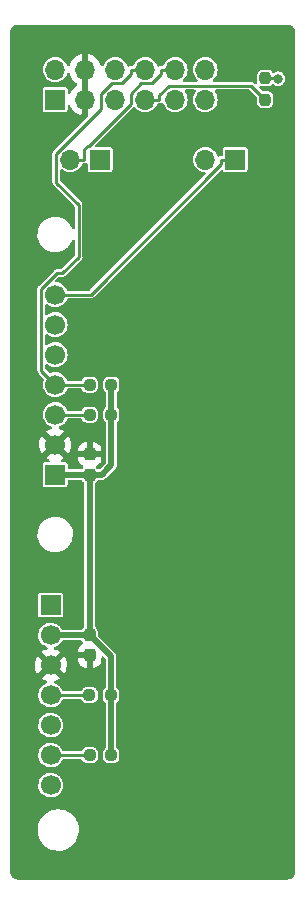
<source format=gbl>
G04 #@! TF.GenerationSoftware,KiCad,Pcbnew,6.0.9-8da3e8f707~116~ubuntu20.04.1*
G04 #@! TF.CreationDate,2023-03-08T00:07:42+01:00*
G04 #@! TF.ProjectId,clocks_pmod,636c6f63-6b73-45f7-906d-6f642e6b6963,rev?*
G04 #@! TF.SameCoordinates,Original*
G04 #@! TF.FileFunction,Copper,L2,Bot*
G04 #@! TF.FilePolarity,Positive*
%FSLAX46Y46*%
G04 Gerber Fmt 4.6, Leading zero omitted, Abs format (unit mm)*
G04 Created by KiCad (PCBNEW 6.0.9-8da3e8f707~116~ubuntu20.04.1) date 2023-03-08 00:07:42*
%MOMM*%
%LPD*%
G01*
G04 APERTURE LIST*
G04 Aperture macros list*
%AMRoundRect*
0 Rectangle with rounded corners*
0 $1 Rounding radius*
0 $2 $3 $4 $5 $6 $7 $8 $9 X,Y pos of 4 corners*
0 Add a 4 corners polygon primitive as box body*
4,1,4,$2,$3,$4,$5,$6,$7,$8,$9,$2,$3,0*
0 Add four circle primitives for the rounded corners*
1,1,$1+$1,$2,$3*
1,1,$1+$1,$4,$5*
1,1,$1+$1,$6,$7*
1,1,$1+$1,$8,$9*
0 Add four rect primitives between the rounded corners*
20,1,$1+$1,$2,$3,$4,$5,0*
20,1,$1+$1,$4,$5,$6,$7,0*
20,1,$1+$1,$6,$7,$8,$9,0*
20,1,$1+$1,$8,$9,$2,$3,0*%
G04 Aperture macros list end*
G04 #@! TA.AperFunction,ComponentPad*
%ADD10R,1.700000X1.700000*%
G04 #@! TD*
G04 #@! TA.AperFunction,ComponentPad*
%ADD11C,1.700000*%
G04 #@! TD*
G04 #@! TA.AperFunction,ComponentPad*
%ADD12O,1.700000X1.700000*%
G04 #@! TD*
G04 #@! TA.AperFunction,SMDPad,CuDef*
%ADD13RoundRect,0.237500X0.250000X0.237500X-0.250000X0.237500X-0.250000X-0.237500X0.250000X-0.237500X0*%
G04 #@! TD*
G04 #@! TA.AperFunction,SMDPad,CuDef*
%ADD14RoundRect,0.237500X0.237500X-0.300000X0.237500X0.300000X-0.237500X0.300000X-0.237500X-0.300000X0*%
G04 #@! TD*
G04 #@! TA.AperFunction,SMDPad,CuDef*
%ADD15RoundRect,0.237500X0.237500X-0.250000X0.237500X0.250000X-0.237500X0.250000X-0.237500X-0.250000X0*%
G04 #@! TD*
G04 #@! TA.AperFunction,SMDPad,CuDef*
%ADD16RoundRect,0.237500X-0.237500X0.300000X-0.237500X-0.300000X0.237500X-0.300000X0.237500X0.300000X0*%
G04 #@! TD*
G04 #@! TA.AperFunction,ViaPad*
%ADD17C,0.800000*%
G04 #@! TD*
G04 #@! TA.AperFunction,Conductor*
%ADD18C,0.500000*%
G04 #@! TD*
G04 #@! TA.AperFunction,Conductor*
%ADD19C,0.250000*%
G04 #@! TD*
G04 APERTURE END LIST*
D10*
X81280000Y-105410000D03*
D11*
X81280000Y-102870000D03*
X81280000Y-100330000D03*
X81280000Y-97790000D03*
X81280000Y-95250000D03*
X81280000Y-92710000D03*
X81280000Y-90170000D03*
D10*
X80899000Y-116459000D03*
D11*
X80899000Y-118999000D03*
X80899000Y-121539000D03*
X80899000Y-124079000D03*
X80899000Y-126619000D03*
X80899000Y-129159000D03*
X80899000Y-131699000D03*
D10*
X81280000Y-73660000D03*
D12*
X81280000Y-71120000D03*
X83820000Y-73660000D03*
X83820000Y-71120000D03*
X86360000Y-73660000D03*
X86360000Y-71120000D03*
X88900000Y-73660000D03*
X88900000Y-71120000D03*
X91440000Y-73660000D03*
X91440000Y-71120000D03*
X93980000Y-73660000D03*
X93980000Y-71120000D03*
D10*
X85090000Y-78740000D03*
D12*
X82550000Y-78740000D03*
D10*
X96520000Y-78740000D03*
D12*
X93980000Y-78740000D03*
D13*
X86002500Y-124079000D03*
X84177500Y-124079000D03*
X86026000Y-100330000D03*
X84201000Y-100330000D03*
D14*
X84201000Y-105410000D03*
X84201000Y-103685000D03*
D13*
X86026000Y-97790000D03*
X84201000Y-97790000D03*
X86026000Y-129159000D03*
X84201000Y-129159000D03*
D15*
X99060000Y-73660000D03*
X99060000Y-71835000D03*
D16*
X84201000Y-118999000D03*
X84201000Y-120724000D03*
D17*
X100162400Y-71892200D03*
D18*
X81280000Y-102870000D02*
X78994000Y-105156000D01*
X78994000Y-105156000D02*
X78994000Y-119634000D01*
X78994000Y-119634000D02*
X80899000Y-121539000D01*
X83820000Y-73660000D02*
X83820000Y-74960300D01*
X83820000Y-74960300D02*
X79176100Y-79604200D01*
X79176100Y-79604200D02*
X79176100Y-100766100D01*
X79176100Y-100766100D02*
X81280000Y-102870000D01*
X80899000Y-121539000D02*
X82169000Y-122809000D01*
X82169000Y-122809000D02*
X83947000Y-122809000D01*
X83947000Y-122809000D02*
X84201000Y-122555000D01*
X84201000Y-122555000D02*
X84201000Y-120724000D01*
X84201000Y-101981000D02*
X83820000Y-101600000D01*
X84201000Y-103685000D02*
X84201000Y-101981000D01*
X83820000Y-101600000D02*
X82550000Y-101600000D01*
X82550000Y-101600000D02*
X81280000Y-102870000D01*
D19*
X84201000Y-100330000D02*
X81280000Y-100330000D01*
X84201000Y-97790000D02*
X81280000Y-97790000D01*
D18*
X86026000Y-104601000D02*
X85788500Y-104838500D01*
X85788500Y-104838500D02*
X85217000Y-105410000D01*
X86026000Y-100330000D02*
X86026000Y-104601000D01*
X86026000Y-97790000D02*
X86026000Y-100330000D01*
X85217000Y-105410000D02*
X84201000Y-105410000D01*
D19*
X84282000Y-90170000D02*
X81280000Y-90170000D01*
X95344700Y-79107300D02*
X84282000Y-90170000D01*
X95344700Y-78740000D02*
X95344700Y-79107300D01*
X96520000Y-78740000D02*
X95344700Y-78740000D01*
X84201000Y-129159000D02*
X80899000Y-129159000D01*
X90264700Y-71487400D02*
X90264700Y-71120000D01*
X89456800Y-72295300D02*
X90264700Y-71487400D01*
X88580500Y-72295300D02*
X89456800Y-72295300D01*
X87663400Y-73212400D02*
X88580500Y-72295300D01*
X87663400Y-74029500D02*
X87663400Y-73212400D01*
X84128200Y-77564700D02*
X87663400Y-74029500D01*
X84027400Y-77564700D02*
X84128200Y-77564700D01*
X83725300Y-77866800D02*
X84027400Y-77564700D01*
X83725300Y-78740000D02*
X83725300Y-77866800D01*
X82550000Y-78740000D02*
X83725300Y-78740000D01*
X91440000Y-71120000D02*
X90264700Y-71120000D01*
X84177500Y-124079000D02*
X80899000Y-124079000D01*
X87724700Y-71487400D02*
X87724700Y-71120000D01*
X86916800Y-72295300D02*
X87724700Y-71487400D01*
X86059900Y-72295300D02*
X86916800Y-72295300D01*
X85184600Y-73170600D02*
X86059900Y-72295300D01*
X85184600Y-74436200D02*
X85184600Y-73170600D01*
X81374200Y-78246600D02*
X85184600Y-74436200D01*
X81374200Y-80693300D02*
X81374200Y-78246600D01*
X83262500Y-82581600D02*
X81374200Y-80693300D01*
X83262500Y-86979400D02*
X83262500Y-82581600D01*
X81878200Y-88363700D02*
X83262500Y-86979400D01*
X81418700Y-88363700D02*
X81878200Y-88363700D01*
X80104600Y-89677800D02*
X81418700Y-88363700D01*
X80104600Y-96614600D02*
X80104600Y-89677800D01*
X81280000Y-97790000D02*
X80104600Y-96614600D01*
X88900000Y-71120000D02*
X87724700Y-71120000D01*
X90075300Y-73292600D02*
X90075300Y-73660000D01*
X90883200Y-72484700D02*
X90075300Y-73292600D01*
X97884700Y-72484700D02*
X90883200Y-72484700D01*
X99060000Y-73660000D02*
X97884700Y-72484700D01*
X88900000Y-73660000D02*
X90075300Y-73660000D01*
X100105200Y-71835000D02*
X100162400Y-71892200D01*
X99060000Y-71835000D02*
X100105200Y-71835000D01*
D18*
X84201000Y-118999000D02*
X80899000Y-118999000D01*
X86002500Y-129135500D02*
X86002500Y-124079000D01*
X86026000Y-129159000D02*
X86002500Y-129135500D01*
X86002500Y-120800500D02*
X84201000Y-118999000D01*
X86002500Y-124079000D02*
X86002500Y-120800500D01*
X81280000Y-105410000D02*
X82580300Y-105410000D01*
X84201000Y-105410000D02*
X84201000Y-118999000D01*
X82580300Y-105410000D02*
X84201000Y-105410000D01*
G04 #@! TA.AperFunction,Conductor*
G36*
X100972025Y-67311792D02*
G01*
X101016582Y-67316812D01*
X101018852Y-67317090D01*
X101060708Y-67322600D01*
X101100871Y-67327888D01*
X101126040Y-67333881D01*
X101178918Y-67352384D01*
X101185520Y-67354904D01*
X101247626Y-67380629D01*
X101266442Y-67390350D01*
X101316103Y-67421553D01*
X101325773Y-67428279D01*
X101377159Y-67467709D01*
X101389550Y-67478576D01*
X101431424Y-67520450D01*
X101442291Y-67532841D01*
X101481721Y-67584227D01*
X101488447Y-67593897D01*
X101519650Y-67643558D01*
X101529371Y-67662374D01*
X101555096Y-67724480D01*
X101557616Y-67731082D01*
X101576119Y-67783960D01*
X101582112Y-67809129D01*
X101592906Y-67891113D01*
X101593192Y-67893453D01*
X101598208Y-67937974D01*
X101599000Y-67952081D01*
X101599000Y-139057919D01*
X101598208Y-139072026D01*
X101593192Y-139116547D01*
X101592906Y-139118887D01*
X101582112Y-139200871D01*
X101576119Y-139226040D01*
X101557616Y-139278918D01*
X101555096Y-139285520D01*
X101529371Y-139347626D01*
X101519650Y-139366442D01*
X101488447Y-139416103D01*
X101481721Y-139425773D01*
X101442291Y-139477159D01*
X101431424Y-139489550D01*
X101389550Y-139531424D01*
X101377159Y-139542291D01*
X101325773Y-139581721D01*
X101316103Y-139588447D01*
X101266442Y-139619650D01*
X101247626Y-139629371D01*
X101185520Y-139655096D01*
X101178918Y-139657616D01*
X101126040Y-139676119D01*
X101100871Y-139682112D01*
X101060708Y-139687400D01*
X101018852Y-139692910D01*
X101016582Y-139693188D01*
X100972025Y-139698208D01*
X100957919Y-139699000D01*
X78112081Y-139699000D01*
X78097975Y-139698208D01*
X78053418Y-139693188D01*
X78051148Y-139692910D01*
X78009292Y-139687400D01*
X77969129Y-139682112D01*
X77943960Y-139676119D01*
X77891082Y-139657616D01*
X77884480Y-139655096D01*
X77822374Y-139629371D01*
X77803558Y-139619650D01*
X77753897Y-139588447D01*
X77744227Y-139581721D01*
X77692841Y-139542291D01*
X77680450Y-139531424D01*
X77638576Y-139489550D01*
X77627709Y-139477159D01*
X77588279Y-139425773D01*
X77581553Y-139416103D01*
X77550350Y-139366442D01*
X77540629Y-139347626D01*
X77514904Y-139285520D01*
X77512384Y-139278918D01*
X77493881Y-139226040D01*
X77487888Y-139200871D01*
X77477094Y-139118887D01*
X77476808Y-139116547D01*
X77471792Y-139072026D01*
X77471000Y-139057919D01*
X77471000Y-135616165D01*
X79781866Y-135616165D01*
X79816952Y-135873970D01*
X79889758Y-136123757D01*
X79998686Y-136360039D01*
X80001246Y-136363944D01*
X80001249Y-136363949D01*
X80138775Y-136573712D01*
X80138779Y-136573717D01*
X80141341Y-136577625D01*
X80314591Y-136771735D01*
X80514629Y-136938105D01*
X80737061Y-137073080D01*
X80741375Y-137074889D01*
X80741377Y-137074890D01*
X80972686Y-137171886D01*
X80972691Y-137171888D01*
X80977001Y-137173695D01*
X80981533Y-137174846D01*
X80981536Y-137174847D01*
X81106815Y-137206663D01*
X81229177Y-137237739D01*
X81445286Y-137259500D01*
X81600044Y-137259500D01*
X81602369Y-137259327D01*
X81602375Y-137259327D01*
X81788814Y-137245472D01*
X81788818Y-137245471D01*
X81793466Y-137245126D01*
X82047232Y-137187705D01*
X82051586Y-137186012D01*
X82285370Y-137095098D01*
X82285372Y-137095097D01*
X82289723Y-137093405D01*
X82325285Y-137073080D01*
X82373038Y-137045786D01*
X82515612Y-136964299D01*
X82719936Y-136803223D01*
X82898208Y-136613714D01*
X83046511Y-136399937D01*
X83064258Y-136363949D01*
X83159521Y-136170775D01*
X83159522Y-136170772D01*
X83161586Y-136166587D01*
X83240906Y-135918792D01*
X83282728Y-135661994D01*
X83286134Y-135401835D01*
X83251048Y-135144030D01*
X83178242Y-134894243D01*
X83069314Y-134657961D01*
X83040637Y-134614221D01*
X82929225Y-134444288D01*
X82929221Y-134444283D01*
X82926659Y-134440375D01*
X82753409Y-134246265D01*
X82553371Y-134079895D01*
X82330939Y-133944920D01*
X82326623Y-133943110D01*
X82095314Y-133846114D01*
X82095309Y-133846112D01*
X82090999Y-133844305D01*
X82086467Y-133843154D01*
X82086464Y-133843153D01*
X81961185Y-133811337D01*
X81838823Y-133780261D01*
X81622714Y-133758500D01*
X81467956Y-133758500D01*
X81465631Y-133758673D01*
X81465625Y-133758673D01*
X81279186Y-133772528D01*
X81279182Y-133772529D01*
X81274534Y-133772874D01*
X81020768Y-133830295D01*
X81016416Y-133831987D01*
X81016414Y-133831988D01*
X80782630Y-133922902D01*
X80782628Y-133922903D01*
X80778277Y-133924595D01*
X80774223Y-133926912D01*
X80774221Y-133926913D01*
X80738467Y-133947348D01*
X80552388Y-134053701D01*
X80348064Y-134214777D01*
X80169792Y-134404286D01*
X80021489Y-134618063D01*
X80019423Y-134622253D01*
X80019421Y-134622256D01*
X79999720Y-134662207D01*
X79906414Y-134851413D01*
X79827094Y-135099208D01*
X79785272Y-135356006D01*
X79781866Y-135616165D01*
X77471000Y-135616165D01*
X77471000Y-131684262D01*
X79843520Y-131684262D01*
X79860759Y-131889553D01*
X79917544Y-132087586D01*
X79920359Y-132093063D01*
X79920360Y-132093066D01*
X79941247Y-132133707D01*
X80011712Y-132270818D01*
X80139677Y-132432270D01*
X80296564Y-132565791D01*
X80476398Y-132666297D01*
X80571238Y-132697113D01*
X80666471Y-132728056D01*
X80666475Y-132728057D01*
X80672329Y-132729959D01*
X80876894Y-132754351D01*
X80883029Y-132753879D01*
X80883031Y-132753879D01*
X80939039Y-132749569D01*
X81082300Y-132738546D01*
X81088230Y-132736890D01*
X81088232Y-132736890D01*
X81274797Y-132684800D01*
X81274796Y-132684800D01*
X81280725Y-132683145D01*
X81286214Y-132680372D01*
X81286220Y-132680370D01*
X81459116Y-132593033D01*
X81464610Y-132590258D01*
X81626951Y-132463424D01*
X81761564Y-132307472D01*
X81782387Y-132270818D01*
X81860276Y-132133707D01*
X81863323Y-132128344D01*
X81928351Y-131932863D01*
X81954171Y-131728474D01*
X81954583Y-131699000D01*
X81934480Y-131493970D01*
X81874935Y-131296749D01*
X81778218Y-131114849D01*
X81704859Y-131024902D01*
X81651906Y-130959975D01*
X81651903Y-130959972D01*
X81648011Y-130955200D01*
X81630786Y-130940950D01*
X81494025Y-130827811D01*
X81494021Y-130827809D01*
X81489275Y-130823882D01*
X81308055Y-130725897D01*
X81111254Y-130664977D01*
X81105129Y-130664333D01*
X81105128Y-130664333D01*
X80912498Y-130644087D01*
X80912496Y-130644087D01*
X80906369Y-130643443D01*
X80819529Y-130651346D01*
X80707342Y-130661555D01*
X80707339Y-130661556D01*
X80701203Y-130662114D01*
X80503572Y-130720280D01*
X80321002Y-130815726D01*
X80316201Y-130819586D01*
X80316198Y-130819588D01*
X80305971Y-130827811D01*
X80160447Y-130944815D01*
X80028024Y-131102630D01*
X80025056Y-131108028D01*
X80025053Y-131108033D01*
X80018315Y-131120290D01*
X79928776Y-131283162D01*
X79866484Y-131479532D01*
X79865798Y-131485649D01*
X79865797Y-131485653D01*
X79844207Y-131678137D01*
X79843520Y-131684262D01*
X77471000Y-131684262D01*
X77471000Y-129144262D01*
X79843520Y-129144262D01*
X79860759Y-129349553D01*
X79862458Y-129355478D01*
X79898021Y-129479500D01*
X79917544Y-129547586D01*
X79920359Y-129553063D01*
X79920360Y-129553066D01*
X80003738Y-129715303D01*
X80011712Y-129730818D01*
X80139677Y-129892270D01*
X80296564Y-130025791D01*
X80476398Y-130126297D01*
X80571238Y-130157113D01*
X80666471Y-130188056D01*
X80666475Y-130188057D01*
X80672329Y-130189959D01*
X80876894Y-130214351D01*
X80883029Y-130213879D01*
X80883031Y-130213879D01*
X80939039Y-130209569D01*
X81082300Y-130198546D01*
X81088230Y-130196890D01*
X81088232Y-130196890D01*
X81274797Y-130144800D01*
X81274796Y-130144800D01*
X81280725Y-130143145D01*
X81286214Y-130140372D01*
X81286220Y-130140370D01*
X81459116Y-130053033D01*
X81464610Y-130050258D01*
X81626951Y-129923424D01*
X81703708Y-129834500D01*
X81757540Y-129772134D01*
X81757540Y-129772133D01*
X81761564Y-129767472D01*
X81782387Y-129730818D01*
X81810107Y-129682022D01*
X81863323Y-129588344D01*
X81869184Y-129570726D01*
X81909666Y-129512403D01*
X81975254Y-129485224D01*
X81988741Y-129484500D01*
X83428359Y-129484500D01*
X83496480Y-129504502D01*
X83542973Y-129558158D01*
X83547242Y-129568752D01*
X83559539Y-129603768D01*
X83637789Y-129709711D01*
X83645360Y-129715303D01*
X83736155Y-129782365D01*
X83736157Y-129782366D01*
X83743732Y-129787961D01*
X83752619Y-129791082D01*
X83752621Y-129791083D01*
X83860752Y-129829056D01*
X83860754Y-129829057D01*
X83868000Y-129831601D01*
X83875644Y-129832324D01*
X83875646Y-129832324D01*
X83883621Y-129833078D01*
X83898667Y-129834500D01*
X84200847Y-129834500D01*
X84503332Y-129834499D01*
X84506282Y-129834220D01*
X84506287Y-129834220D01*
X84526350Y-129832324D01*
X84526351Y-129832324D01*
X84534000Y-129831601D01*
X84541248Y-129829056D01*
X84541251Y-129829055D01*
X84649379Y-129791083D01*
X84649381Y-129791082D01*
X84658268Y-129787961D01*
X84665843Y-129782366D01*
X84665845Y-129782365D01*
X84756640Y-129715303D01*
X84764211Y-129709711D01*
X84842461Y-129603768D01*
X84845994Y-129593709D01*
X84883556Y-129486748D01*
X84883557Y-129486746D01*
X84886101Y-129479500D01*
X84889000Y-129448833D01*
X84888999Y-128869168D01*
X84886101Y-128838500D01*
X84857392Y-128756749D01*
X84845583Y-128723121D01*
X84845581Y-128723117D01*
X84842461Y-128714232D01*
X84764211Y-128608289D01*
X84726141Y-128580170D01*
X84665845Y-128535635D01*
X84665843Y-128535634D01*
X84658268Y-128530039D01*
X84649381Y-128526918D01*
X84649379Y-128526917D01*
X84541248Y-128488944D01*
X84541246Y-128488943D01*
X84534000Y-128486399D01*
X84526356Y-128485676D01*
X84526354Y-128485676D01*
X84518379Y-128484922D01*
X84503333Y-128483500D01*
X84201153Y-128483500D01*
X83898668Y-128483501D01*
X83895718Y-128483780D01*
X83895713Y-128483780D01*
X83875650Y-128485676D01*
X83875649Y-128485676D01*
X83868000Y-128486399D01*
X83860752Y-128488944D01*
X83860749Y-128488945D01*
X83752621Y-128526917D01*
X83752619Y-128526918D01*
X83743732Y-128530039D01*
X83736157Y-128535634D01*
X83736155Y-128535635D01*
X83675859Y-128580170D01*
X83637789Y-128608289D01*
X83559539Y-128714232D01*
X83552299Y-128734848D01*
X83547242Y-128749248D01*
X83505799Y-128806894D01*
X83439769Y-128832982D01*
X83428359Y-128833500D01*
X81990269Y-128833500D01*
X81922148Y-128813498D01*
X81875008Y-128756991D01*
X81874935Y-128756749D01*
X81778218Y-128574849D01*
X81671585Y-128444104D01*
X81651906Y-128419975D01*
X81651903Y-128419972D01*
X81648011Y-128415200D01*
X81630786Y-128400950D01*
X81494025Y-128287811D01*
X81494021Y-128287809D01*
X81489275Y-128283882D01*
X81308055Y-128185897D01*
X81111254Y-128124977D01*
X81105129Y-128124333D01*
X81105128Y-128124333D01*
X80912498Y-128104087D01*
X80912496Y-128104087D01*
X80906369Y-128103443D01*
X80819529Y-128111346D01*
X80707342Y-128121555D01*
X80707339Y-128121556D01*
X80701203Y-128122114D01*
X80503572Y-128180280D01*
X80321002Y-128275726D01*
X80316201Y-128279586D01*
X80316198Y-128279588D01*
X80305971Y-128287811D01*
X80160447Y-128404815D01*
X80028024Y-128562630D01*
X80025056Y-128568028D01*
X80025053Y-128568033D01*
X79948846Y-128706655D01*
X79928776Y-128743162D01*
X79866484Y-128939532D01*
X79843520Y-129144262D01*
X77471000Y-129144262D01*
X77471000Y-126604262D01*
X79843520Y-126604262D01*
X79860759Y-126809553D01*
X79917544Y-127007586D01*
X79920359Y-127013063D01*
X79920360Y-127013066D01*
X79941247Y-127053707D01*
X80011712Y-127190818D01*
X80139677Y-127352270D01*
X80296564Y-127485791D01*
X80476398Y-127586297D01*
X80571238Y-127617113D01*
X80666471Y-127648056D01*
X80666475Y-127648057D01*
X80672329Y-127649959D01*
X80876894Y-127674351D01*
X80883029Y-127673879D01*
X80883031Y-127673879D01*
X80939039Y-127669569D01*
X81082300Y-127658546D01*
X81088230Y-127656890D01*
X81088232Y-127656890D01*
X81274797Y-127604800D01*
X81274796Y-127604800D01*
X81280725Y-127603145D01*
X81286214Y-127600372D01*
X81286220Y-127600370D01*
X81459116Y-127513033D01*
X81464610Y-127510258D01*
X81626951Y-127383424D01*
X81761564Y-127227472D01*
X81782387Y-127190818D01*
X81860276Y-127053707D01*
X81863323Y-127048344D01*
X81928351Y-126852863D01*
X81954171Y-126648474D01*
X81954583Y-126619000D01*
X81934480Y-126413970D01*
X81874935Y-126216749D01*
X81778218Y-126034849D01*
X81704859Y-125944902D01*
X81651906Y-125879975D01*
X81651903Y-125879972D01*
X81648011Y-125875200D01*
X81630786Y-125860950D01*
X81494025Y-125747811D01*
X81494021Y-125747809D01*
X81489275Y-125743882D01*
X81308055Y-125645897D01*
X81111254Y-125584977D01*
X81105129Y-125584333D01*
X81105128Y-125584333D01*
X80912498Y-125564087D01*
X80912496Y-125564087D01*
X80906369Y-125563443D01*
X80819529Y-125571346D01*
X80707342Y-125581555D01*
X80707339Y-125581556D01*
X80701203Y-125582114D01*
X80503572Y-125640280D01*
X80321002Y-125735726D01*
X80316201Y-125739586D01*
X80316198Y-125739588D01*
X80305971Y-125747811D01*
X80160447Y-125864815D01*
X80028024Y-126022630D01*
X80025056Y-126028028D01*
X80025053Y-126028033D01*
X80018315Y-126040290D01*
X79928776Y-126203162D01*
X79866484Y-126399532D01*
X79865798Y-126405649D01*
X79865797Y-126405653D01*
X79844207Y-126598137D01*
X79843520Y-126604262D01*
X77471000Y-126604262D01*
X77471000Y-124064262D01*
X79843520Y-124064262D01*
X79860759Y-124269553D01*
X79862458Y-124275478D01*
X79898021Y-124399500D01*
X79917544Y-124467586D01*
X79920359Y-124473063D01*
X79920360Y-124473066D01*
X80003738Y-124635303D01*
X80011712Y-124650818D01*
X80139677Y-124812270D01*
X80296564Y-124945791D01*
X80476398Y-125046297D01*
X80571238Y-125077113D01*
X80666471Y-125108056D01*
X80666475Y-125108057D01*
X80672329Y-125109959D01*
X80876894Y-125134351D01*
X80883029Y-125133879D01*
X80883031Y-125133879D01*
X80939039Y-125129569D01*
X81082300Y-125118546D01*
X81088230Y-125116890D01*
X81088232Y-125116890D01*
X81274797Y-125064800D01*
X81274796Y-125064800D01*
X81280725Y-125063145D01*
X81286214Y-125060372D01*
X81286220Y-125060370D01*
X81459116Y-124973033D01*
X81464610Y-124970258D01*
X81626951Y-124843424D01*
X81703708Y-124754500D01*
X81757540Y-124692134D01*
X81757540Y-124692133D01*
X81761564Y-124687472D01*
X81782387Y-124650818D01*
X81810107Y-124602022D01*
X81863323Y-124508344D01*
X81869184Y-124490726D01*
X81909666Y-124432403D01*
X81975254Y-124405224D01*
X81988741Y-124404500D01*
X83404859Y-124404500D01*
X83472980Y-124424502D01*
X83519473Y-124478158D01*
X83523742Y-124488752D01*
X83536039Y-124523768D01*
X83614289Y-124629711D01*
X83621860Y-124635303D01*
X83712655Y-124702365D01*
X83712657Y-124702366D01*
X83720232Y-124707961D01*
X83729119Y-124711082D01*
X83729121Y-124711083D01*
X83837252Y-124749056D01*
X83837254Y-124749057D01*
X83844500Y-124751601D01*
X83852144Y-124752324D01*
X83852146Y-124752324D01*
X83860121Y-124753078D01*
X83875167Y-124754500D01*
X84177347Y-124754500D01*
X84479832Y-124754499D01*
X84482782Y-124754220D01*
X84482787Y-124754220D01*
X84502850Y-124752324D01*
X84502851Y-124752324D01*
X84510500Y-124751601D01*
X84517748Y-124749056D01*
X84517751Y-124749055D01*
X84625879Y-124711083D01*
X84625881Y-124711082D01*
X84634768Y-124707961D01*
X84642343Y-124702366D01*
X84642345Y-124702365D01*
X84733140Y-124635303D01*
X84740711Y-124629711D01*
X84818961Y-124523768D01*
X84822494Y-124513709D01*
X84860056Y-124406748D01*
X84860057Y-124406746D01*
X84862601Y-124399500D01*
X84865500Y-124368833D01*
X84865499Y-123789168D01*
X84862601Y-123758500D01*
X84833892Y-123676749D01*
X84822083Y-123643121D01*
X84822081Y-123643117D01*
X84818961Y-123634232D01*
X84740711Y-123528289D01*
X84702803Y-123500290D01*
X84642345Y-123455635D01*
X84642343Y-123455634D01*
X84634768Y-123450039D01*
X84625881Y-123446918D01*
X84625879Y-123446917D01*
X84517748Y-123408944D01*
X84517746Y-123408943D01*
X84510500Y-123406399D01*
X84502856Y-123405676D01*
X84502854Y-123405676D01*
X84494879Y-123404922D01*
X84479833Y-123403500D01*
X84177653Y-123403500D01*
X83875168Y-123403501D01*
X83872218Y-123403780D01*
X83872213Y-123403780D01*
X83852150Y-123405676D01*
X83852149Y-123405676D01*
X83844500Y-123406399D01*
X83837252Y-123408944D01*
X83837249Y-123408945D01*
X83729121Y-123446917D01*
X83729119Y-123446918D01*
X83720232Y-123450039D01*
X83712657Y-123455634D01*
X83712655Y-123455635D01*
X83652197Y-123500290D01*
X83614289Y-123528289D01*
X83536039Y-123634232D01*
X83528799Y-123654848D01*
X83523742Y-123669248D01*
X83482299Y-123726894D01*
X83416269Y-123752982D01*
X83404859Y-123753500D01*
X81990269Y-123753500D01*
X81922148Y-123733498D01*
X81875008Y-123676991D01*
X81874935Y-123676749D01*
X81778218Y-123494849D01*
X81685741Y-123381461D01*
X81651906Y-123339975D01*
X81651903Y-123339972D01*
X81648011Y-123335200D01*
X81630786Y-123320950D01*
X81494025Y-123207811D01*
X81494021Y-123207809D01*
X81489275Y-123203882D01*
X81308055Y-123105897D01*
X81257183Y-123090150D01*
X81198025Y-123050899D01*
X81169477Y-122985895D01*
X81180605Y-122915776D01*
X81227876Y-122862804D01*
X81258235Y-122849099D01*
X81391255Y-122809191D01*
X81400842Y-122805433D01*
X81592098Y-122711738D01*
X81600944Y-122706465D01*
X81648247Y-122672723D01*
X81656648Y-122662023D01*
X81649660Y-122648870D01*
X80911812Y-121911022D01*
X80897868Y-121903408D01*
X80896035Y-121903539D01*
X80889420Y-121907790D01*
X80145737Y-122651473D01*
X80138977Y-122663853D01*
X80144258Y-122670907D01*
X80305756Y-122765279D01*
X80315042Y-122769729D01*
X80514001Y-122845703D01*
X80528866Y-122850022D01*
X80528289Y-122852008D01*
X80583260Y-122881082D01*
X80618110Y-122942936D01*
X80613988Y-123013813D01*
X80572201Y-123071209D01*
X80530930Y-123092228D01*
X80509489Y-123098538D01*
X80509484Y-123098540D01*
X80503572Y-123100280D01*
X80321002Y-123195726D01*
X80316201Y-123199586D01*
X80316198Y-123199588D01*
X80305971Y-123207811D01*
X80160447Y-123324815D01*
X80028024Y-123482630D01*
X80025056Y-123488028D01*
X80025053Y-123488033D01*
X79948846Y-123626655D01*
X79928776Y-123663162D01*
X79866484Y-123859532D01*
X79843520Y-124064262D01*
X77471000Y-124064262D01*
X77471000Y-121510863D01*
X79537050Y-121510863D01*
X79549309Y-121723477D01*
X79550745Y-121733697D01*
X79597565Y-121941446D01*
X79600645Y-121951275D01*
X79680770Y-122148603D01*
X79685413Y-122157794D01*
X79765460Y-122288420D01*
X79775916Y-122297880D01*
X79784694Y-122294096D01*
X80526978Y-121551812D01*
X80533356Y-121540132D01*
X81263408Y-121540132D01*
X81263539Y-121541965D01*
X81267790Y-121548580D01*
X82009474Y-122290264D01*
X82021484Y-122296823D01*
X82033223Y-122287855D01*
X82064004Y-122245019D01*
X82069315Y-122236180D01*
X82163670Y-122045267D01*
X82167469Y-122035672D01*
X82229376Y-121831915D01*
X82231555Y-121821834D01*
X82259590Y-121608887D01*
X82260109Y-121602212D01*
X82261572Y-121542364D01*
X82261378Y-121535646D01*
X82243781Y-121321604D01*
X82242096Y-121311424D01*
X82190214Y-121104875D01*
X82186894Y-121095124D01*
X82176086Y-121070266D01*
X83218000Y-121070266D01*
X83218337Y-121076782D01*
X83228075Y-121170632D01*
X83230968Y-121184028D01*
X83281488Y-121335453D01*
X83287653Y-121348615D01*
X83371426Y-121483992D01*
X83380460Y-121495390D01*
X83493129Y-121607863D01*
X83504540Y-121616875D01*
X83640063Y-121700412D01*
X83653241Y-121706556D01*
X83804766Y-121756815D01*
X83818132Y-121759681D01*
X83910770Y-121769172D01*
X83917185Y-121769500D01*
X83928885Y-121769500D01*
X83944124Y-121765025D01*
X83945329Y-121763635D01*
X83947000Y-121755952D01*
X83947000Y-120996115D01*
X83942525Y-120980876D01*
X83941135Y-120979671D01*
X83933452Y-120978000D01*
X83236115Y-120978000D01*
X83220876Y-120982475D01*
X83219671Y-120983865D01*
X83218000Y-120991548D01*
X83218000Y-121070266D01*
X82176086Y-121070266D01*
X82101972Y-120899814D01*
X82097105Y-120890739D01*
X82032063Y-120790197D01*
X82021377Y-120780995D01*
X82011812Y-120785398D01*
X81271022Y-121526188D01*
X81263408Y-121540132D01*
X80533356Y-121540132D01*
X80534592Y-121537868D01*
X80534461Y-121536035D01*
X80530210Y-121529420D01*
X79788849Y-120788059D01*
X79777313Y-120781759D01*
X79765031Y-120791382D01*
X79717089Y-120861662D01*
X79712004Y-120870613D01*
X79622338Y-121063783D01*
X79618775Y-121073470D01*
X79561864Y-121278681D01*
X79559933Y-121288800D01*
X79537302Y-121500574D01*
X79537050Y-121510863D01*
X77471000Y-121510863D01*
X77471000Y-118984262D01*
X79843520Y-118984262D01*
X79860759Y-119189553D01*
X79917544Y-119387586D01*
X79920359Y-119393063D01*
X79920360Y-119393066D01*
X79959643Y-119469502D01*
X80011712Y-119570818D01*
X80139677Y-119732270D01*
X80144370Y-119736264D01*
X80144371Y-119736265D01*
X80267388Y-119840960D01*
X80296564Y-119865791D01*
X80476398Y-119966297D01*
X80541437Y-119987429D01*
X80600042Y-120027502D01*
X80627680Y-120092898D01*
X80615574Y-120162855D01*
X80567568Y-120215162D01*
X80541646Y-120227027D01*
X80375868Y-120281212D01*
X80366359Y-120285209D01*
X80177466Y-120383540D01*
X80168734Y-120389039D01*
X80148677Y-120404099D01*
X80140223Y-120415427D01*
X80146968Y-120427758D01*
X80886188Y-121166978D01*
X80900132Y-121174592D01*
X80901965Y-121174461D01*
X80908580Y-121170210D01*
X81652389Y-120426401D01*
X81659410Y-120413544D01*
X81652611Y-120404213D01*
X81648554Y-120401518D01*
X81462117Y-120298599D01*
X81452705Y-120294369D01*
X81261031Y-120226493D01*
X81203495Y-120184899D01*
X81177579Y-120118801D01*
X81191513Y-120049185D01*
X81240872Y-119998154D01*
X81269206Y-119986362D01*
X81274790Y-119984803D01*
X81274799Y-119984800D01*
X81280725Y-119983145D01*
X81286214Y-119980372D01*
X81286220Y-119980370D01*
X81459116Y-119893033D01*
X81464610Y-119890258D01*
X81626951Y-119763424D01*
X81649760Y-119737000D01*
X81757540Y-119612134D01*
X81757540Y-119612133D01*
X81761564Y-119607472D01*
X81771126Y-119590641D01*
X81815082Y-119513263D01*
X81866121Y-119463913D01*
X81924638Y-119449500D01*
X83467708Y-119449500D01*
X83535829Y-119469502D01*
X83570597Y-119507333D01*
X83572039Y-119506268D01*
X83634357Y-119590641D01*
X83658739Y-119657320D01*
X83643202Y-119726595D01*
X83599307Y-119772645D01*
X83503508Y-119831927D01*
X83492110Y-119840960D01*
X83379637Y-119953629D01*
X83370625Y-119965040D01*
X83287088Y-120100563D01*
X83280944Y-120113741D01*
X83230685Y-120265266D01*
X83227819Y-120278632D01*
X83218328Y-120371270D01*
X83218000Y-120377685D01*
X83218000Y-120451885D01*
X83222475Y-120467124D01*
X83223865Y-120468329D01*
X83231548Y-120470000D01*
X84329000Y-120470000D01*
X84397121Y-120490002D01*
X84443614Y-120543658D01*
X84455000Y-120596000D01*
X84455000Y-121751385D01*
X84459475Y-121766624D01*
X84460865Y-121767829D01*
X84468548Y-121769500D01*
X84484766Y-121769500D01*
X84491282Y-121769163D01*
X84585132Y-121759425D01*
X84598528Y-121756532D01*
X84749953Y-121706012D01*
X84763115Y-121699847D01*
X84898492Y-121616074D01*
X84909890Y-121607040D01*
X85022363Y-121494371D01*
X85031375Y-121482960D01*
X85114912Y-121347437D01*
X85121056Y-121334259D01*
X85171315Y-121182734D01*
X85174181Y-121169368D01*
X85183672Y-121076730D01*
X85184000Y-121070315D01*
X85184000Y-120923293D01*
X85204002Y-120855172D01*
X85257658Y-120808679D01*
X85327932Y-120798575D01*
X85392512Y-120828069D01*
X85399095Y-120834198D01*
X85515095Y-120950198D01*
X85549121Y-121012510D01*
X85552000Y-121039293D01*
X85552000Y-123381461D01*
X85531998Y-123449582D01*
X85500859Y-123482813D01*
X85477197Y-123500290D01*
X85439289Y-123528289D01*
X85361039Y-123634232D01*
X85357919Y-123643117D01*
X85357917Y-123643121D01*
X85346108Y-123676749D01*
X85317399Y-123758500D01*
X85314500Y-123789167D01*
X85314501Y-124368832D01*
X85317399Y-124399500D01*
X85319944Y-124406748D01*
X85319945Y-124406751D01*
X85357507Y-124513709D01*
X85361039Y-124523768D01*
X85439289Y-124629711D01*
X85446860Y-124635303D01*
X85500859Y-124675187D01*
X85543770Y-124731748D01*
X85552000Y-124776539D01*
X85552000Y-128478819D01*
X85531998Y-128546940D01*
X85500859Y-128580170D01*
X85462789Y-128608289D01*
X85384539Y-128714232D01*
X85381419Y-128723117D01*
X85381417Y-128723121D01*
X85369608Y-128756749D01*
X85340899Y-128838500D01*
X85338000Y-128869167D01*
X85338001Y-129448832D01*
X85340899Y-129479500D01*
X85343444Y-129486748D01*
X85343445Y-129486751D01*
X85381007Y-129593709D01*
X85384539Y-129603768D01*
X85462789Y-129709711D01*
X85470360Y-129715303D01*
X85561155Y-129782365D01*
X85561157Y-129782366D01*
X85568732Y-129787961D01*
X85577619Y-129791082D01*
X85577621Y-129791083D01*
X85685752Y-129829056D01*
X85685754Y-129829057D01*
X85693000Y-129831601D01*
X85700644Y-129832324D01*
X85700646Y-129832324D01*
X85708621Y-129833078D01*
X85723667Y-129834500D01*
X86025847Y-129834500D01*
X86328332Y-129834499D01*
X86331282Y-129834220D01*
X86331287Y-129834220D01*
X86351350Y-129832324D01*
X86351351Y-129832324D01*
X86359000Y-129831601D01*
X86366248Y-129829056D01*
X86366251Y-129829055D01*
X86474379Y-129791083D01*
X86474381Y-129791082D01*
X86483268Y-129787961D01*
X86490843Y-129782366D01*
X86490845Y-129782365D01*
X86581640Y-129715303D01*
X86589211Y-129709711D01*
X86667461Y-129603768D01*
X86670994Y-129593709D01*
X86708556Y-129486748D01*
X86708557Y-129486746D01*
X86711101Y-129479500D01*
X86714000Y-129448833D01*
X86713999Y-128869168D01*
X86711101Y-128838500D01*
X86682392Y-128756749D01*
X86670583Y-128723121D01*
X86670581Y-128723117D01*
X86667461Y-128714232D01*
X86589211Y-128608289D01*
X86504141Y-128545456D01*
X86461230Y-128488895D01*
X86453000Y-128444104D01*
X86453000Y-124776539D01*
X86473002Y-124708418D01*
X86504141Y-124675187D01*
X86558140Y-124635303D01*
X86565711Y-124629711D01*
X86643961Y-124523768D01*
X86647494Y-124513709D01*
X86685056Y-124406748D01*
X86685057Y-124406746D01*
X86687601Y-124399500D01*
X86690500Y-124368833D01*
X86690499Y-123789168D01*
X86687601Y-123758500D01*
X86658892Y-123676749D01*
X86647083Y-123643121D01*
X86647081Y-123643117D01*
X86643961Y-123634232D01*
X86565711Y-123528289D01*
X86527803Y-123500290D01*
X86504141Y-123482813D01*
X86461230Y-123426252D01*
X86453000Y-123381461D01*
X86453000Y-120834720D01*
X86453873Y-120819911D01*
X86456757Y-120795543D01*
X86457864Y-120786190D01*
X86456172Y-120776926D01*
X86456172Y-120776922D01*
X86447327Y-120728489D01*
X86446678Y-120724588D01*
X86439351Y-120675855D01*
X86439349Y-120675847D01*
X86437949Y-120666538D01*
X86434823Y-120660028D01*
X86433526Y-120652927D01*
X86406482Y-120600863D01*
X86404714Y-120597325D01*
X86383386Y-120552911D01*
X86379309Y-120544421D01*
X86374422Y-120539135D01*
X86374395Y-120539095D01*
X86371080Y-120532712D01*
X86366775Y-120527672D01*
X86329548Y-120490445D01*
X86326118Y-120486879D01*
X86293746Y-120451859D01*
X86287354Y-120444944D01*
X86280995Y-120441251D01*
X86274837Y-120435734D01*
X84913405Y-119074302D01*
X84879379Y-119011990D01*
X84876500Y-118985207D01*
X84876499Y-118649634D01*
X84876499Y-118646668D01*
X84873601Y-118616000D01*
X84849897Y-118548500D01*
X84833083Y-118500621D01*
X84833082Y-118500619D01*
X84829961Y-118491732D01*
X84760659Y-118397903D01*
X84757303Y-118393360D01*
X84751711Y-118385789D01*
X84744140Y-118380197D01*
X84744137Y-118380194D01*
X84702642Y-118349546D01*
X84659730Y-118292985D01*
X84651500Y-118248194D01*
X84651500Y-106160806D01*
X84671502Y-106092685D01*
X84702642Y-106059454D01*
X84744137Y-106028806D01*
X84744140Y-106028803D01*
X84751711Y-106023211D01*
X84829961Y-105917268D01*
X84831700Y-105918552D01*
X84872485Y-105876701D01*
X84934292Y-105860500D01*
X85182780Y-105860500D01*
X85197589Y-105861373D01*
X85231310Y-105865364D01*
X85240574Y-105863672D01*
X85240575Y-105863672D01*
X85289001Y-105854828D01*
X85292904Y-105854178D01*
X85341645Y-105846850D01*
X85341646Y-105846850D01*
X85350962Y-105845449D01*
X85357475Y-105842321D01*
X85364573Y-105841025D01*
X85416647Y-105813975D01*
X85420137Y-105812232D01*
X85473079Y-105786809D01*
X85478365Y-105781923D01*
X85478413Y-105781890D01*
X85484788Y-105778579D01*
X85489828Y-105774275D01*
X85527055Y-105737048D01*
X85530621Y-105733618D01*
X85565641Y-105701246D01*
X85572556Y-105694854D01*
X85576249Y-105688495D01*
X85581766Y-105682337D01*
X86320350Y-104943753D01*
X86331439Y-104933899D01*
X86350711Y-104918706D01*
X86350715Y-104918702D01*
X86358110Y-104912872D01*
X86363464Y-104905125D01*
X86363468Y-104905121D01*
X86391477Y-104864596D01*
X86393758Y-104861402D01*
X86428635Y-104814183D01*
X86431029Y-104807366D01*
X86435131Y-104801431D01*
X86452812Y-104745525D01*
X86454060Y-104741785D01*
X86470400Y-104695255D01*
X86470401Y-104695252D01*
X86473520Y-104686369D01*
X86473803Y-104679184D01*
X86473817Y-104679111D01*
X86475980Y-104672270D01*
X86476500Y-104665663D01*
X86476500Y-104612994D01*
X86476597Y-104608048D01*
X86478136Y-104568863D01*
X86478838Y-104551006D01*
X86476954Y-104543900D01*
X86476500Y-104535653D01*
X86476500Y-101027539D01*
X86496502Y-100959418D01*
X86527641Y-100926187D01*
X86581640Y-100886303D01*
X86589211Y-100880711D01*
X86667461Y-100774768D01*
X86670994Y-100764709D01*
X86708556Y-100657748D01*
X86708557Y-100657746D01*
X86711101Y-100650500D01*
X86714000Y-100619833D01*
X86713999Y-100040168D01*
X86711101Y-100009500D01*
X86682392Y-99927749D01*
X86670583Y-99894121D01*
X86670581Y-99894117D01*
X86667461Y-99885232D01*
X86589211Y-99779289D01*
X86551303Y-99751290D01*
X86527641Y-99733813D01*
X86484730Y-99677252D01*
X86476500Y-99632461D01*
X86476500Y-98487539D01*
X86496502Y-98419418D01*
X86527641Y-98386187D01*
X86581640Y-98346303D01*
X86589211Y-98340711D01*
X86667461Y-98234768D01*
X86670994Y-98224709D01*
X86708556Y-98117748D01*
X86708557Y-98117746D01*
X86711101Y-98110500D01*
X86714000Y-98079833D01*
X86713999Y-97500168D01*
X86711101Y-97469500D01*
X86682392Y-97387749D01*
X86670583Y-97354121D01*
X86670581Y-97354117D01*
X86667461Y-97345232D01*
X86589211Y-97239289D01*
X86551303Y-97211290D01*
X86490845Y-97166635D01*
X86490843Y-97166634D01*
X86483268Y-97161039D01*
X86474381Y-97157918D01*
X86474379Y-97157917D01*
X86366248Y-97119944D01*
X86366246Y-97119943D01*
X86359000Y-97117399D01*
X86351356Y-97116676D01*
X86351354Y-97116676D01*
X86343379Y-97115922D01*
X86328333Y-97114500D01*
X86026153Y-97114500D01*
X85723668Y-97114501D01*
X85720718Y-97114780D01*
X85720713Y-97114780D01*
X85700650Y-97116676D01*
X85700649Y-97116676D01*
X85693000Y-97117399D01*
X85685752Y-97119944D01*
X85685749Y-97119945D01*
X85577621Y-97157917D01*
X85577619Y-97157918D01*
X85568732Y-97161039D01*
X85561157Y-97166634D01*
X85561155Y-97166635D01*
X85500697Y-97211290D01*
X85462789Y-97239289D01*
X85384539Y-97345232D01*
X85381419Y-97354117D01*
X85381417Y-97354121D01*
X85369608Y-97387749D01*
X85340899Y-97469500D01*
X85338000Y-97500167D01*
X85338001Y-98079832D01*
X85340899Y-98110500D01*
X85343444Y-98117748D01*
X85343445Y-98117751D01*
X85381007Y-98224709D01*
X85384539Y-98234768D01*
X85462789Y-98340711D01*
X85470360Y-98346303D01*
X85524359Y-98386187D01*
X85567270Y-98442748D01*
X85575500Y-98487539D01*
X85575500Y-99632461D01*
X85555498Y-99700582D01*
X85524359Y-99733813D01*
X85500697Y-99751290D01*
X85462789Y-99779289D01*
X85384539Y-99885232D01*
X85381419Y-99894117D01*
X85381417Y-99894121D01*
X85369608Y-99927749D01*
X85340899Y-100009500D01*
X85338000Y-100040167D01*
X85338001Y-100619832D01*
X85340899Y-100650500D01*
X85343444Y-100657748D01*
X85343445Y-100657751D01*
X85381007Y-100764709D01*
X85384539Y-100774768D01*
X85462789Y-100880711D01*
X85470360Y-100886303D01*
X85524359Y-100926187D01*
X85567270Y-100982748D01*
X85575500Y-101027539D01*
X85575500Y-104362207D01*
X85555498Y-104430328D01*
X85538595Y-104451302D01*
X85067302Y-104922595D01*
X85004990Y-104956621D01*
X84978207Y-104959500D01*
X84934292Y-104959500D01*
X84866171Y-104939498D01*
X84831403Y-104901667D01*
X84829961Y-104902732D01*
X84767643Y-104818359D01*
X84743261Y-104751680D01*
X84758798Y-104682405D01*
X84802693Y-104636355D01*
X84898492Y-104577073D01*
X84909890Y-104568040D01*
X85022363Y-104455371D01*
X85031375Y-104443960D01*
X85114912Y-104308437D01*
X85121056Y-104295259D01*
X85171315Y-104143734D01*
X85174181Y-104130368D01*
X85183672Y-104037730D01*
X85184000Y-104031315D01*
X85184000Y-103957115D01*
X85179525Y-103941876D01*
X85178135Y-103940671D01*
X85170452Y-103939000D01*
X83236115Y-103939000D01*
X83220876Y-103943475D01*
X83219671Y-103944865D01*
X83218000Y-103952548D01*
X83218000Y-104031266D01*
X83218337Y-104037782D01*
X83228075Y-104131632D01*
X83230968Y-104145028D01*
X83281488Y-104296453D01*
X83287653Y-104309615D01*
X83371426Y-104444992D01*
X83380460Y-104456390D01*
X83493129Y-104568863D01*
X83504543Y-104577877D01*
X83599153Y-104636195D01*
X83646647Y-104688967D01*
X83658071Y-104759038D01*
X83634390Y-104818313D01*
X83572039Y-104902731D01*
X83570301Y-104901447D01*
X83529515Y-104943299D01*
X83467708Y-104959500D01*
X82456500Y-104959500D01*
X82388379Y-104939498D01*
X82341886Y-104885842D01*
X82330500Y-104833500D01*
X82330500Y-104540252D01*
X82318867Y-104481769D01*
X82274552Y-104415448D01*
X82208231Y-104371133D01*
X82196062Y-104368712D01*
X82196061Y-104368712D01*
X82155816Y-104360707D01*
X82149748Y-104359500D01*
X81870107Y-104359500D01*
X81801986Y-104339498D01*
X81755493Y-104285842D01*
X81745389Y-104215568D01*
X81774883Y-104150988D01*
X81814675Y-104120349D01*
X81973093Y-104042741D01*
X81981944Y-104037465D01*
X82029247Y-104003723D01*
X82037648Y-103993023D01*
X82030660Y-103979870D01*
X81292812Y-103242022D01*
X81278868Y-103234408D01*
X81277035Y-103234539D01*
X81270420Y-103238790D01*
X80526737Y-103982473D01*
X80519977Y-103994853D01*
X80525258Y-104001907D01*
X80686756Y-104096279D01*
X80696043Y-104100729D01*
X80735484Y-104115790D01*
X80791987Y-104158778D01*
X80816280Y-104225489D01*
X80800650Y-104294743D01*
X80750059Y-104344554D01*
X80690535Y-104359500D01*
X80410252Y-104359500D01*
X80404184Y-104360707D01*
X80363939Y-104368712D01*
X80363938Y-104368712D01*
X80351769Y-104371133D01*
X80285448Y-104415448D01*
X80241133Y-104481769D01*
X80229500Y-104540252D01*
X80229500Y-106279748D01*
X80241133Y-106338231D01*
X80285448Y-106404552D01*
X80351769Y-106448867D01*
X80363938Y-106451288D01*
X80363939Y-106451288D01*
X80404184Y-106459293D01*
X80410252Y-106460500D01*
X82149748Y-106460500D01*
X82155816Y-106459293D01*
X82196061Y-106451288D01*
X82196062Y-106451288D01*
X82208231Y-106448867D01*
X82274552Y-106404552D01*
X82318867Y-106338231D01*
X82330500Y-106279748D01*
X82330500Y-105986500D01*
X82350502Y-105918379D01*
X82404158Y-105871886D01*
X82456500Y-105860500D01*
X83467708Y-105860500D01*
X83535829Y-105880502D01*
X83570597Y-105918333D01*
X83572039Y-105917268D01*
X83650289Y-106023211D01*
X83657860Y-106028803D01*
X83657863Y-106028806D01*
X83699358Y-106059454D01*
X83742270Y-106116015D01*
X83750500Y-106160806D01*
X83750500Y-118248194D01*
X83730498Y-118316315D01*
X83699358Y-118349546D01*
X83657863Y-118380194D01*
X83657860Y-118380197D01*
X83650289Y-118385789D01*
X83572039Y-118491732D01*
X83570300Y-118490448D01*
X83529515Y-118532299D01*
X83467708Y-118548500D01*
X81924990Y-118548500D01*
X81856869Y-118528498D01*
X81813738Y-118481653D01*
X81781111Y-118420290D01*
X81778218Y-118414849D01*
X81678828Y-118292985D01*
X81651906Y-118259975D01*
X81651903Y-118259972D01*
X81648011Y-118255200D01*
X81641173Y-118249543D01*
X81494025Y-118127811D01*
X81494021Y-118127809D01*
X81489275Y-118123882D01*
X81308055Y-118025897D01*
X81111254Y-117964977D01*
X81105129Y-117964333D01*
X81105128Y-117964333D01*
X80912498Y-117944087D01*
X80912496Y-117944087D01*
X80906369Y-117943443D01*
X80819529Y-117951346D01*
X80707342Y-117961555D01*
X80707339Y-117961556D01*
X80701203Y-117962114D01*
X80503572Y-118020280D01*
X80321002Y-118115726D01*
X80316201Y-118119586D01*
X80316198Y-118119588D01*
X80305971Y-118127811D01*
X80160447Y-118244815D01*
X80028024Y-118402630D01*
X80025056Y-118408028D01*
X80025053Y-118408033D01*
X79931743Y-118577765D01*
X79928776Y-118583162D01*
X79866484Y-118779532D01*
X79843520Y-118984262D01*
X77471000Y-118984262D01*
X77471000Y-117328748D01*
X79848500Y-117328748D01*
X79860133Y-117387231D01*
X79904448Y-117453552D01*
X79970769Y-117497867D01*
X79982938Y-117500288D01*
X79982939Y-117500288D01*
X80023184Y-117508293D01*
X80029252Y-117509500D01*
X81768748Y-117509500D01*
X81774816Y-117508293D01*
X81815061Y-117500288D01*
X81815062Y-117500288D01*
X81827231Y-117497867D01*
X81893552Y-117453552D01*
X81937867Y-117387231D01*
X81949500Y-117328748D01*
X81949500Y-115589252D01*
X81937867Y-115530769D01*
X81893552Y-115464448D01*
X81827231Y-115420133D01*
X81815062Y-115417712D01*
X81815061Y-115417712D01*
X81774816Y-115409707D01*
X81768748Y-115408500D01*
X80029252Y-115408500D01*
X80023184Y-115409707D01*
X79982939Y-115417712D01*
X79982938Y-115417712D01*
X79970769Y-115420133D01*
X79904448Y-115464448D01*
X79860133Y-115530769D01*
X79848500Y-115589252D01*
X79848500Y-117328748D01*
X77471000Y-117328748D01*
X77471000Y-110595028D01*
X79778025Y-110595028D01*
X79815347Y-110838930D01*
X79892003Y-111073460D01*
X80005935Y-111292321D01*
X80154083Y-111489636D01*
X80332468Y-111660104D01*
X80336740Y-111663018D01*
X80336741Y-111663019D01*
X80365893Y-111682905D01*
X80536300Y-111799149D01*
X80648202Y-111851092D01*
X80755409Y-111900856D01*
X80755413Y-111900857D01*
X80760104Y-111903035D01*
X80997871Y-111968974D01*
X81003008Y-111969523D01*
X81195957Y-111990144D01*
X81195965Y-111990144D01*
X81199292Y-111990500D01*
X81342554Y-111990500D01*
X81345127Y-111990288D01*
X81345138Y-111990288D01*
X81520760Y-111975849D01*
X81520766Y-111975848D01*
X81525911Y-111975425D01*
X81765217Y-111915316D01*
X81991493Y-111816928D01*
X82198661Y-111682905D01*
X82220516Y-111663019D01*
X82256536Y-111630243D01*
X82381158Y-111516846D01*
X82384357Y-111512795D01*
X82384361Y-111512791D01*
X82530881Y-111327264D01*
X82530884Y-111327259D01*
X82534082Y-111323210D01*
X82536577Y-111318691D01*
X82650830Y-111111722D01*
X82650832Y-111111718D01*
X82653327Y-111107198D01*
X82665275Y-111073460D01*
X82733965Y-110879485D01*
X82733966Y-110879481D01*
X82735691Y-110874610D01*
X82778961Y-110631694D01*
X82781975Y-110384972D01*
X82744653Y-110141070D01*
X82667997Y-109906540D01*
X82554065Y-109687679D01*
X82405917Y-109490364D01*
X82227532Y-109319896D01*
X82199212Y-109300577D01*
X82027979Y-109183770D01*
X82027980Y-109183770D01*
X82023700Y-109180851D01*
X81911798Y-109128908D01*
X81804591Y-109079144D01*
X81804587Y-109079143D01*
X81799896Y-109076965D01*
X81562129Y-109011026D01*
X81556992Y-109010477D01*
X81364043Y-108989856D01*
X81364035Y-108989856D01*
X81360708Y-108989500D01*
X81217446Y-108989500D01*
X81214873Y-108989712D01*
X81214862Y-108989712D01*
X81039240Y-109004151D01*
X81039234Y-109004152D01*
X81034089Y-109004575D01*
X80794783Y-109064684D01*
X80568507Y-109163072D01*
X80361339Y-109297095D01*
X80357514Y-109300575D01*
X80357512Y-109300577D01*
X80336281Y-109319896D01*
X80178842Y-109463154D01*
X80175643Y-109467205D01*
X80175639Y-109467209D01*
X80029119Y-109652736D01*
X80029116Y-109652741D01*
X80025918Y-109656790D01*
X80023425Y-109661306D01*
X80023423Y-109661309D01*
X80011150Y-109683543D01*
X79906673Y-109872802D01*
X79904949Y-109877671D01*
X79904947Y-109877675D01*
X79892984Y-109911458D01*
X79824309Y-110105390D01*
X79781039Y-110348306D01*
X79778025Y-110595028D01*
X77471000Y-110595028D01*
X77471000Y-102841863D01*
X79918050Y-102841863D01*
X79930309Y-103054477D01*
X79931745Y-103064697D01*
X79978565Y-103272446D01*
X79981645Y-103282275D01*
X80061770Y-103479603D01*
X80066413Y-103488794D01*
X80146460Y-103619420D01*
X80156916Y-103628880D01*
X80165694Y-103625096D01*
X80907978Y-102882812D01*
X80914356Y-102871132D01*
X81644408Y-102871132D01*
X81644539Y-102872965D01*
X81648790Y-102879580D01*
X82390474Y-103621264D01*
X82402484Y-103627823D01*
X82414223Y-103618855D01*
X82445004Y-103576019D01*
X82450315Y-103567180D01*
X82526572Y-103412885D01*
X83218000Y-103412885D01*
X83222475Y-103428124D01*
X83223865Y-103429329D01*
X83231548Y-103431000D01*
X83928885Y-103431000D01*
X83944124Y-103426525D01*
X83945329Y-103425135D01*
X83947000Y-103417452D01*
X83947000Y-103412885D01*
X84455000Y-103412885D01*
X84459475Y-103428124D01*
X84460865Y-103429329D01*
X84468548Y-103431000D01*
X85165885Y-103431000D01*
X85181124Y-103426525D01*
X85182329Y-103425135D01*
X85184000Y-103417452D01*
X85184000Y-103338734D01*
X85183663Y-103332218D01*
X85173925Y-103238368D01*
X85171032Y-103224972D01*
X85120512Y-103073547D01*
X85114347Y-103060385D01*
X85030574Y-102925008D01*
X85021540Y-102913610D01*
X84908871Y-102801137D01*
X84897460Y-102792125D01*
X84761937Y-102708588D01*
X84748759Y-102702444D01*
X84597234Y-102652185D01*
X84583868Y-102649319D01*
X84491230Y-102639828D01*
X84484815Y-102639500D01*
X84473115Y-102639500D01*
X84457876Y-102643975D01*
X84456671Y-102645365D01*
X84455000Y-102653048D01*
X84455000Y-103412885D01*
X83947000Y-103412885D01*
X83947000Y-102657615D01*
X83942525Y-102642376D01*
X83941135Y-102641171D01*
X83933452Y-102639500D01*
X83917234Y-102639500D01*
X83910718Y-102639837D01*
X83816868Y-102649575D01*
X83803472Y-102652468D01*
X83652047Y-102702988D01*
X83638885Y-102709153D01*
X83503508Y-102792926D01*
X83492110Y-102801960D01*
X83379637Y-102914629D01*
X83370625Y-102926040D01*
X83287088Y-103061563D01*
X83280944Y-103074741D01*
X83230685Y-103226266D01*
X83227819Y-103239632D01*
X83218328Y-103332270D01*
X83218000Y-103338685D01*
X83218000Y-103412885D01*
X82526572Y-103412885D01*
X82544670Y-103376267D01*
X82548469Y-103366672D01*
X82610376Y-103162915D01*
X82612555Y-103152834D01*
X82640590Y-102939887D01*
X82641109Y-102933212D01*
X82642572Y-102873364D01*
X82642378Y-102866646D01*
X82624781Y-102652604D01*
X82623096Y-102642424D01*
X82571214Y-102435875D01*
X82567894Y-102426124D01*
X82482972Y-102230814D01*
X82478105Y-102221739D01*
X82413063Y-102121197D01*
X82402377Y-102111995D01*
X82392812Y-102116398D01*
X81652022Y-102857188D01*
X81644408Y-102871132D01*
X80914356Y-102871132D01*
X80915592Y-102868868D01*
X80915461Y-102867035D01*
X80911210Y-102860420D01*
X80169849Y-102119059D01*
X80158313Y-102112759D01*
X80146031Y-102122382D01*
X80098089Y-102192662D01*
X80093004Y-102201613D01*
X80003338Y-102394783D01*
X79999775Y-102404470D01*
X79942864Y-102609681D01*
X79940933Y-102619800D01*
X79918302Y-102831574D01*
X79918050Y-102841863D01*
X77471000Y-102841863D01*
X77471000Y-100315262D01*
X80224520Y-100315262D01*
X80241759Y-100520553D01*
X80243458Y-100526478D01*
X80279021Y-100650500D01*
X80298544Y-100718586D01*
X80301359Y-100724063D01*
X80301360Y-100724066D01*
X80384738Y-100886303D01*
X80392712Y-100901818D01*
X80520677Y-101063270D01*
X80677564Y-101196791D01*
X80857398Y-101297297D01*
X80922437Y-101318429D01*
X80981042Y-101358502D01*
X81008680Y-101423898D01*
X80996574Y-101493855D01*
X80948568Y-101546162D01*
X80922646Y-101558027D01*
X80756868Y-101612212D01*
X80747359Y-101616209D01*
X80558466Y-101714540D01*
X80549734Y-101720039D01*
X80529677Y-101735099D01*
X80521223Y-101746427D01*
X80527968Y-101758758D01*
X81267188Y-102497978D01*
X81281132Y-102505592D01*
X81282965Y-102505461D01*
X81289580Y-102501210D01*
X82033389Y-101757401D01*
X82040410Y-101744544D01*
X82033611Y-101735213D01*
X82029554Y-101732518D01*
X81843117Y-101629599D01*
X81833705Y-101625369D01*
X81642031Y-101557493D01*
X81584495Y-101515899D01*
X81558579Y-101449801D01*
X81572513Y-101380185D01*
X81621872Y-101329154D01*
X81650206Y-101317362D01*
X81655790Y-101315803D01*
X81655799Y-101315800D01*
X81661725Y-101314145D01*
X81667214Y-101311372D01*
X81667220Y-101311370D01*
X81840116Y-101224033D01*
X81845610Y-101221258D01*
X82007951Y-101094424D01*
X82084708Y-101005500D01*
X82138540Y-100943134D01*
X82138540Y-100943133D01*
X82142564Y-100938472D01*
X82163387Y-100901818D01*
X82191107Y-100853022D01*
X82244323Y-100759344D01*
X82250184Y-100741726D01*
X82290666Y-100683403D01*
X82356254Y-100656224D01*
X82369741Y-100655500D01*
X83428359Y-100655500D01*
X83496480Y-100675502D01*
X83542973Y-100729158D01*
X83547242Y-100739752D01*
X83559539Y-100774768D01*
X83637789Y-100880711D01*
X83645360Y-100886303D01*
X83736155Y-100953365D01*
X83736157Y-100953366D01*
X83743732Y-100958961D01*
X83752619Y-100962082D01*
X83752621Y-100962083D01*
X83860752Y-101000056D01*
X83860754Y-101000057D01*
X83868000Y-101002601D01*
X83875644Y-101003324D01*
X83875646Y-101003324D01*
X83883621Y-101004078D01*
X83898667Y-101005500D01*
X84200847Y-101005500D01*
X84503332Y-101005499D01*
X84506282Y-101005220D01*
X84506287Y-101005220D01*
X84526350Y-101003324D01*
X84526351Y-101003324D01*
X84534000Y-101002601D01*
X84541248Y-101000056D01*
X84541251Y-101000055D01*
X84649379Y-100962083D01*
X84649381Y-100962082D01*
X84658268Y-100958961D01*
X84665843Y-100953366D01*
X84665845Y-100953365D01*
X84756640Y-100886303D01*
X84764211Y-100880711D01*
X84842461Y-100774768D01*
X84845994Y-100764709D01*
X84883556Y-100657748D01*
X84883557Y-100657746D01*
X84886101Y-100650500D01*
X84889000Y-100619833D01*
X84888999Y-100040168D01*
X84886101Y-100009500D01*
X84857392Y-99927749D01*
X84845583Y-99894121D01*
X84845581Y-99894117D01*
X84842461Y-99885232D01*
X84764211Y-99779289D01*
X84726303Y-99751290D01*
X84665845Y-99706635D01*
X84665843Y-99706634D01*
X84658268Y-99701039D01*
X84649381Y-99697918D01*
X84649379Y-99697917D01*
X84541248Y-99659944D01*
X84541246Y-99659943D01*
X84534000Y-99657399D01*
X84526356Y-99656676D01*
X84526354Y-99656676D01*
X84518379Y-99655922D01*
X84503333Y-99654500D01*
X84201153Y-99654500D01*
X83898668Y-99654501D01*
X83895718Y-99654780D01*
X83895713Y-99654780D01*
X83875650Y-99656676D01*
X83875649Y-99656676D01*
X83868000Y-99657399D01*
X83860752Y-99659944D01*
X83860749Y-99659945D01*
X83752621Y-99697917D01*
X83752619Y-99697918D01*
X83743732Y-99701039D01*
X83736157Y-99706634D01*
X83736155Y-99706635D01*
X83675697Y-99751290D01*
X83637789Y-99779289D01*
X83559539Y-99885232D01*
X83552299Y-99905848D01*
X83547242Y-99920248D01*
X83505799Y-99977894D01*
X83439769Y-100003982D01*
X83428359Y-100004500D01*
X82371269Y-100004500D01*
X82303148Y-99984498D01*
X82256008Y-99927991D01*
X82255935Y-99927749D01*
X82159218Y-99745849D01*
X82066741Y-99632461D01*
X82032906Y-99590975D01*
X82032903Y-99590972D01*
X82029011Y-99586200D01*
X82011786Y-99571950D01*
X81875025Y-99458811D01*
X81875021Y-99458809D01*
X81870275Y-99454882D01*
X81689055Y-99356897D01*
X81492254Y-99295977D01*
X81486129Y-99295333D01*
X81486128Y-99295333D01*
X81293498Y-99275087D01*
X81293496Y-99275087D01*
X81287369Y-99274443D01*
X81200529Y-99282346D01*
X81088342Y-99292555D01*
X81088339Y-99292556D01*
X81082203Y-99293114D01*
X80884572Y-99351280D01*
X80702002Y-99446726D01*
X80697201Y-99450586D01*
X80697198Y-99450588D01*
X80686971Y-99458811D01*
X80541447Y-99575815D01*
X80409024Y-99733630D01*
X80406056Y-99739028D01*
X80406053Y-99739033D01*
X80329846Y-99877655D01*
X80309776Y-99914162D01*
X80247484Y-100110532D01*
X80224520Y-100315262D01*
X77471000Y-100315262D01*
X77471000Y-96643407D01*
X79775336Y-96643407D01*
X79778190Y-96654056D01*
X79785091Y-96679810D01*
X79787470Y-96690542D01*
X79794012Y-96727645D01*
X79799523Y-96737190D01*
X79800715Y-96740466D01*
X79802192Y-96743634D01*
X79805046Y-96754284D01*
X79811370Y-96763315D01*
X79826655Y-96785144D01*
X79832561Y-96794415D01*
X79844489Y-96815075D01*
X79851406Y-96827055D01*
X79859851Y-96834141D01*
X79880282Y-96851285D01*
X79888385Y-96858711D01*
X80278257Y-97248583D01*
X80312283Y-97310895D01*
X80309264Y-97375776D01*
X80247484Y-97570532D01*
X80224520Y-97775262D01*
X80241759Y-97980553D01*
X80243458Y-97986478D01*
X80279021Y-98110500D01*
X80298544Y-98178586D01*
X80301359Y-98184063D01*
X80301360Y-98184066D01*
X80384738Y-98346303D01*
X80392712Y-98361818D01*
X80520677Y-98523270D01*
X80677564Y-98656791D01*
X80857398Y-98757297D01*
X80952238Y-98788112D01*
X81047471Y-98819056D01*
X81047475Y-98819057D01*
X81053329Y-98820959D01*
X81257894Y-98845351D01*
X81264029Y-98844879D01*
X81264031Y-98844879D01*
X81320039Y-98840569D01*
X81463300Y-98829546D01*
X81469230Y-98827890D01*
X81469232Y-98827890D01*
X81655797Y-98775800D01*
X81655796Y-98775800D01*
X81661725Y-98774145D01*
X81667214Y-98771372D01*
X81667220Y-98771370D01*
X81840116Y-98684033D01*
X81845610Y-98681258D01*
X82007951Y-98554424D01*
X82084708Y-98465500D01*
X82138540Y-98403134D01*
X82138540Y-98403133D01*
X82142564Y-98398472D01*
X82163387Y-98361818D01*
X82191107Y-98313022D01*
X82244323Y-98219344D01*
X82250184Y-98201726D01*
X82290666Y-98143403D01*
X82356254Y-98116224D01*
X82369741Y-98115500D01*
X83428359Y-98115500D01*
X83496480Y-98135502D01*
X83542973Y-98189158D01*
X83547242Y-98199752D01*
X83559539Y-98234768D01*
X83637789Y-98340711D01*
X83645360Y-98346303D01*
X83736155Y-98413365D01*
X83736157Y-98413366D01*
X83743732Y-98418961D01*
X83752619Y-98422082D01*
X83752621Y-98422083D01*
X83860752Y-98460056D01*
X83860754Y-98460057D01*
X83868000Y-98462601D01*
X83875644Y-98463324D01*
X83875646Y-98463324D01*
X83883621Y-98464078D01*
X83898667Y-98465500D01*
X84200847Y-98465500D01*
X84503332Y-98465499D01*
X84506282Y-98465220D01*
X84506287Y-98465220D01*
X84526350Y-98463324D01*
X84526351Y-98463324D01*
X84534000Y-98462601D01*
X84541248Y-98460056D01*
X84541251Y-98460055D01*
X84649379Y-98422083D01*
X84649381Y-98422082D01*
X84658268Y-98418961D01*
X84665843Y-98413366D01*
X84665845Y-98413365D01*
X84756640Y-98346303D01*
X84764211Y-98340711D01*
X84842461Y-98234768D01*
X84845994Y-98224709D01*
X84883556Y-98117748D01*
X84883557Y-98117746D01*
X84886101Y-98110500D01*
X84889000Y-98079833D01*
X84888999Y-97500168D01*
X84886101Y-97469500D01*
X84857392Y-97387749D01*
X84845583Y-97354121D01*
X84845581Y-97354117D01*
X84842461Y-97345232D01*
X84764211Y-97239289D01*
X84726303Y-97211290D01*
X84665845Y-97166635D01*
X84665843Y-97166634D01*
X84658268Y-97161039D01*
X84649381Y-97157918D01*
X84649379Y-97157917D01*
X84541248Y-97119944D01*
X84541246Y-97119943D01*
X84534000Y-97117399D01*
X84526356Y-97116676D01*
X84526354Y-97116676D01*
X84518379Y-97115922D01*
X84503333Y-97114500D01*
X84201153Y-97114500D01*
X83898668Y-97114501D01*
X83895718Y-97114780D01*
X83895713Y-97114780D01*
X83875650Y-97116676D01*
X83875649Y-97116676D01*
X83868000Y-97117399D01*
X83860752Y-97119944D01*
X83860749Y-97119945D01*
X83752621Y-97157917D01*
X83752619Y-97157918D01*
X83743732Y-97161039D01*
X83736157Y-97166634D01*
X83736155Y-97166635D01*
X83675697Y-97211290D01*
X83637789Y-97239289D01*
X83559539Y-97345232D01*
X83552299Y-97365848D01*
X83547242Y-97380248D01*
X83505799Y-97437894D01*
X83439769Y-97463982D01*
X83428359Y-97464500D01*
X82371269Y-97464500D01*
X82303148Y-97444498D01*
X82256008Y-97387991D01*
X82255935Y-97387749D01*
X82159218Y-97205849D01*
X82084715Y-97114500D01*
X82032906Y-97050975D01*
X82032903Y-97050972D01*
X82029011Y-97046200D01*
X82024262Y-97042271D01*
X81875025Y-96918811D01*
X81875021Y-96918809D01*
X81870275Y-96914882D01*
X81689055Y-96816897D01*
X81492254Y-96755977D01*
X81486129Y-96755333D01*
X81486128Y-96755333D01*
X81293498Y-96735087D01*
X81293496Y-96735087D01*
X81287369Y-96734443D01*
X81200529Y-96742346D01*
X81088342Y-96752555D01*
X81088339Y-96752556D01*
X81082203Y-96753114D01*
X80884572Y-96811280D01*
X80879108Y-96814137D01*
X80874781Y-96815885D01*
X80804128Y-96822860D01*
X80738482Y-96788156D01*
X80467005Y-96516679D01*
X80432979Y-96454367D01*
X80430100Y-96427584D01*
X80430100Y-96178872D01*
X80450102Y-96110751D01*
X80503758Y-96064258D01*
X80574032Y-96054154D01*
X80637764Y-96082918D01*
X80677564Y-96116791D01*
X80857398Y-96217297D01*
X80952238Y-96248112D01*
X81047471Y-96279056D01*
X81047475Y-96279057D01*
X81053329Y-96280959D01*
X81257894Y-96305351D01*
X81264029Y-96304879D01*
X81264031Y-96304879D01*
X81320039Y-96300569D01*
X81463300Y-96289546D01*
X81469230Y-96287890D01*
X81469232Y-96287890D01*
X81655797Y-96235800D01*
X81655796Y-96235800D01*
X81661725Y-96234145D01*
X81667214Y-96231372D01*
X81667220Y-96231370D01*
X81840116Y-96144033D01*
X81845610Y-96141258D01*
X81884658Y-96110751D01*
X82003101Y-96018213D01*
X82007951Y-96014424D01*
X82142564Y-95858472D01*
X82244323Y-95679344D01*
X82309351Y-95483863D01*
X82335171Y-95279474D01*
X82335583Y-95250000D01*
X82315480Y-95044970D01*
X82255935Y-94847749D01*
X82159218Y-94665849D01*
X82085859Y-94575902D01*
X82032906Y-94510975D01*
X82032903Y-94510972D01*
X82029011Y-94506200D01*
X81958238Y-94447651D01*
X81875025Y-94378811D01*
X81875021Y-94378809D01*
X81870275Y-94374882D01*
X81689055Y-94276897D01*
X81492254Y-94215977D01*
X81486129Y-94215333D01*
X81486128Y-94215333D01*
X81293498Y-94195087D01*
X81293496Y-94195087D01*
X81287369Y-94194443D01*
X81200529Y-94202346D01*
X81088342Y-94212555D01*
X81088339Y-94212556D01*
X81082203Y-94213114D01*
X80884572Y-94271280D01*
X80702002Y-94366726D01*
X80697201Y-94370586D01*
X80697198Y-94370588D01*
X80635052Y-94420555D01*
X80569429Y-94447651D01*
X80499575Y-94434968D01*
X80447667Y-94386531D01*
X80430100Y-94322358D01*
X80430100Y-93638872D01*
X80450102Y-93570751D01*
X80503758Y-93524258D01*
X80574032Y-93514154D01*
X80637764Y-93542918D01*
X80677564Y-93576791D01*
X80857398Y-93677297D01*
X80952238Y-93708113D01*
X81047471Y-93739056D01*
X81047475Y-93739057D01*
X81053329Y-93740959D01*
X81257894Y-93765351D01*
X81264029Y-93764879D01*
X81264031Y-93764879D01*
X81320039Y-93760569D01*
X81463300Y-93749546D01*
X81469230Y-93747890D01*
X81469232Y-93747890D01*
X81655797Y-93695800D01*
X81655796Y-93695800D01*
X81661725Y-93694145D01*
X81667214Y-93691372D01*
X81667220Y-93691370D01*
X81840116Y-93604033D01*
X81845610Y-93601258D01*
X81884658Y-93570751D01*
X82003101Y-93478213D01*
X82007951Y-93474424D01*
X82142564Y-93318472D01*
X82244323Y-93139344D01*
X82309351Y-92943863D01*
X82335171Y-92739474D01*
X82335583Y-92710000D01*
X82315480Y-92504970D01*
X82255935Y-92307749D01*
X82159218Y-92125849D01*
X82085859Y-92035902D01*
X82032906Y-91970975D01*
X82032903Y-91970972D01*
X82029011Y-91966200D01*
X81958238Y-91907651D01*
X81875025Y-91838811D01*
X81875021Y-91838809D01*
X81870275Y-91834882D01*
X81689055Y-91736897D01*
X81492254Y-91675977D01*
X81486129Y-91675333D01*
X81486128Y-91675333D01*
X81293498Y-91655087D01*
X81293496Y-91655087D01*
X81287369Y-91654443D01*
X81200529Y-91662346D01*
X81088342Y-91672555D01*
X81088339Y-91672556D01*
X81082203Y-91673114D01*
X80884572Y-91731280D01*
X80702002Y-91826726D01*
X80697201Y-91830586D01*
X80697198Y-91830588D01*
X80635052Y-91880555D01*
X80569429Y-91907651D01*
X80499575Y-91894968D01*
X80447667Y-91846531D01*
X80430100Y-91782358D01*
X80430100Y-91098872D01*
X80450102Y-91030751D01*
X80503758Y-90984258D01*
X80574032Y-90974154D01*
X80637764Y-91002918D01*
X80677564Y-91036791D01*
X80857398Y-91137297D01*
X80952238Y-91168113D01*
X81047471Y-91199056D01*
X81047475Y-91199057D01*
X81053329Y-91200959D01*
X81257894Y-91225351D01*
X81264029Y-91224879D01*
X81264031Y-91224879D01*
X81320039Y-91220569D01*
X81463300Y-91209546D01*
X81469230Y-91207890D01*
X81469232Y-91207890D01*
X81655797Y-91155800D01*
X81655796Y-91155800D01*
X81661725Y-91154145D01*
X81667214Y-91151372D01*
X81667220Y-91151370D01*
X81840116Y-91064033D01*
X81845610Y-91061258D01*
X81884658Y-91030751D01*
X82003101Y-90938213D01*
X82007951Y-90934424D01*
X82142564Y-90778472D01*
X82244323Y-90599344D01*
X82250184Y-90581726D01*
X82290666Y-90523403D01*
X82356254Y-90496224D01*
X82369741Y-90495500D01*
X84262290Y-90495500D01*
X84273272Y-90495980D01*
X84299820Y-90498303D01*
X84299822Y-90498303D01*
X84310807Y-90499264D01*
X84347215Y-90489508D01*
X84357942Y-90487130D01*
X84361301Y-90486538D01*
X84395045Y-90480588D01*
X84404590Y-90475077D01*
X84407866Y-90473885D01*
X84411034Y-90472408D01*
X84421684Y-90469554D01*
X84452544Y-90447945D01*
X84461815Y-90442039D01*
X84484906Y-90428707D01*
X84494455Y-90423194D01*
X84518685Y-90394317D01*
X84526111Y-90386215D01*
X95280219Y-79632108D01*
X95342531Y-79598082D01*
X95413346Y-79603147D01*
X95470182Y-79645694D01*
X95480123Y-79663151D01*
X95481133Y-79668231D01*
X95525448Y-79734552D01*
X95591769Y-79778867D01*
X95603938Y-79781288D01*
X95603939Y-79781288D01*
X95644184Y-79789293D01*
X95650252Y-79790500D01*
X97389748Y-79790500D01*
X97395816Y-79789293D01*
X97436061Y-79781288D01*
X97436062Y-79781288D01*
X97448231Y-79778867D01*
X97514552Y-79734552D01*
X97558867Y-79668231D01*
X97565670Y-79634033D01*
X97569293Y-79615816D01*
X97570500Y-79609748D01*
X97570500Y-77870252D01*
X97558867Y-77811769D01*
X97544895Y-77790858D01*
X97521443Y-77755761D01*
X97514552Y-77745448D01*
X97448231Y-77701133D01*
X97436062Y-77698712D01*
X97436061Y-77698712D01*
X97395816Y-77690707D01*
X97389748Y-77689500D01*
X95650252Y-77689500D01*
X95644184Y-77690707D01*
X95603939Y-77698712D01*
X95603938Y-77698712D01*
X95591769Y-77701133D01*
X95525448Y-77745448D01*
X95518557Y-77755761D01*
X95495106Y-77790858D01*
X95481133Y-77811769D01*
X95469500Y-77870252D01*
X95469500Y-78288500D01*
X95449498Y-78356621D01*
X95395842Y-78403114D01*
X95343500Y-78414500D01*
X95287306Y-78414500D01*
X95270486Y-78420622D01*
X95249276Y-78426305D01*
X95231655Y-78429412D01*
X95216156Y-78438360D01*
X95196257Y-78447639D01*
X95179440Y-78453760D01*
X95170994Y-78460847D01*
X95161450Y-78466357D01*
X95160013Y-78463868D01*
X95110396Y-78485581D01*
X95040292Y-78474361D01*
X94987382Y-78427021D01*
X94973828Y-78397013D01*
X94973775Y-78396837D01*
X94955935Y-78337749D01*
X94859218Y-78155849D01*
X94767746Y-78043694D01*
X94732906Y-78000975D01*
X94732903Y-78000972D01*
X94729011Y-77996200D01*
X94649631Y-77930531D01*
X94575025Y-77868811D01*
X94575021Y-77868809D01*
X94570275Y-77864882D01*
X94389055Y-77766897D01*
X94192254Y-77705977D01*
X94186129Y-77705333D01*
X94186128Y-77705333D01*
X93993498Y-77685087D01*
X93993496Y-77685087D01*
X93987369Y-77684443D01*
X93907120Y-77691746D01*
X93788342Y-77702555D01*
X93788339Y-77702556D01*
X93782203Y-77703114D01*
X93584572Y-77761280D01*
X93402002Y-77856726D01*
X93397201Y-77860586D01*
X93397198Y-77860588D01*
X93305306Y-77934471D01*
X93241447Y-77985815D01*
X93109024Y-78143630D01*
X93106056Y-78149028D01*
X93106053Y-78149033D01*
X93044602Y-78260814D01*
X93009776Y-78324162D01*
X92947484Y-78520532D01*
X92946798Y-78526649D01*
X92946797Y-78526653D01*
X92938355Y-78601915D01*
X92924520Y-78725262D01*
X92941759Y-78930553D01*
X92943458Y-78936478D01*
X92992027Y-79105857D01*
X92998544Y-79128586D01*
X93001359Y-79134063D01*
X93001360Y-79134066D01*
X93022248Y-79174709D01*
X93092712Y-79311818D01*
X93220677Y-79473270D01*
X93225370Y-79477264D01*
X93225371Y-79477265D01*
X93337363Y-79572577D01*
X93377564Y-79606791D01*
X93557398Y-79707297D01*
X93641280Y-79734552D01*
X93747471Y-79769056D01*
X93747475Y-79769057D01*
X93753329Y-79770959D01*
X93759441Y-79771688D01*
X93759442Y-79771688D01*
X93913259Y-79790029D01*
X93978532Y-79817956D01*
X94018345Y-79876739D01*
X94020057Y-79947715D01*
X93987435Y-80004238D01*
X84184079Y-89807595D01*
X84121767Y-89841621D01*
X84094984Y-89844500D01*
X82371269Y-89844500D01*
X82303148Y-89824498D01*
X82256008Y-89767991D01*
X82255935Y-89767749D01*
X82159218Y-89585849D01*
X82055158Y-89458259D01*
X82032906Y-89430975D01*
X82032903Y-89430972D01*
X82029011Y-89426200D01*
X82024262Y-89422271D01*
X81875025Y-89298811D01*
X81875021Y-89298809D01*
X81870275Y-89294882D01*
X81689055Y-89196897D01*
X81492254Y-89135977D01*
X81486131Y-89135334D01*
X81486129Y-89135333D01*
X81406130Y-89126925D01*
X81340474Y-89099912D01*
X81299844Y-89041690D01*
X81297141Y-88970745D01*
X81330206Y-88912520D01*
X81516621Y-88726105D01*
X81578933Y-88692079D01*
X81605716Y-88689200D01*
X81858490Y-88689200D01*
X81869472Y-88689680D01*
X81896020Y-88692003D01*
X81896022Y-88692003D01*
X81907007Y-88692964D01*
X81943415Y-88683208D01*
X81954142Y-88680830D01*
X81957501Y-88680238D01*
X81991245Y-88674288D01*
X82000790Y-88668777D01*
X82004066Y-88667585D01*
X82007234Y-88666108D01*
X82017884Y-88663254D01*
X82048744Y-88641645D01*
X82058015Y-88635739D01*
X82081106Y-88622407D01*
X82090655Y-88616894D01*
X82114885Y-88588017D01*
X82122311Y-88579915D01*
X83478715Y-87223511D01*
X83486819Y-87216084D01*
X83507249Y-87198941D01*
X83515694Y-87191855D01*
X83521207Y-87182306D01*
X83534539Y-87159215D01*
X83540445Y-87149944D01*
X83555730Y-87128115D01*
X83562054Y-87119084D01*
X83564908Y-87108434D01*
X83566385Y-87105266D01*
X83567577Y-87101990D01*
X83573088Y-87092445D01*
X83579630Y-87055342D01*
X83582009Y-87044610D01*
X83591764Y-87008207D01*
X83588479Y-86970657D01*
X83588000Y-86959676D01*
X83588000Y-82601298D01*
X83588480Y-82590316D01*
X83590802Y-82563780D01*
X83590802Y-82563778D01*
X83591763Y-82552793D01*
X83582012Y-82516403D01*
X83579632Y-82505669D01*
X83575002Y-82479412D01*
X83573088Y-82468555D01*
X83567576Y-82459007D01*
X83566383Y-82455730D01*
X83564906Y-82452562D01*
X83562053Y-82441916D01*
X83540442Y-82411052D01*
X83534538Y-82401784D01*
X83521204Y-82378689D01*
X83515694Y-82369145D01*
X83486824Y-82344920D01*
X83478721Y-82337494D01*
X81736605Y-80595379D01*
X81702580Y-80533067D01*
X81699700Y-80506284D01*
X81699700Y-79668531D01*
X81719702Y-79600410D01*
X81773358Y-79553917D01*
X81843632Y-79543813D01*
X81907362Y-79572577D01*
X81947564Y-79606791D01*
X82127398Y-79707297D01*
X82211280Y-79734552D01*
X82317471Y-79769056D01*
X82317475Y-79769057D01*
X82323329Y-79770959D01*
X82527894Y-79795351D01*
X82534029Y-79794879D01*
X82534031Y-79794879D01*
X82606625Y-79789293D01*
X82733300Y-79779546D01*
X82739230Y-79777890D01*
X82739232Y-79777890D01*
X82925797Y-79725800D01*
X82925796Y-79725800D01*
X82931725Y-79724145D01*
X82937214Y-79721372D01*
X82937220Y-79721370D01*
X83069952Y-79654322D01*
X83115610Y-79631258D01*
X83277951Y-79504424D01*
X83412564Y-79348472D01*
X83433387Y-79311818D01*
X83511275Y-79174709D01*
X83514323Y-79169344D01*
X83520184Y-79151726D01*
X83560666Y-79093403D01*
X83626254Y-79066224D01*
X83639741Y-79065500D01*
X83782694Y-79065500D01*
X83799514Y-79059378D01*
X83820724Y-79053695D01*
X83827490Y-79052502D01*
X83838345Y-79050588D01*
X83850499Y-79043571D01*
X83855084Y-79042458D01*
X83858250Y-79041306D01*
X83858379Y-79041659D01*
X83919493Y-79026832D01*
X83986585Y-79050051D01*
X84030473Y-79105857D01*
X84039500Y-79152689D01*
X84039500Y-79609748D01*
X84040707Y-79615816D01*
X84044331Y-79634033D01*
X84051133Y-79668231D01*
X84095448Y-79734552D01*
X84161769Y-79778867D01*
X84173938Y-79781288D01*
X84173939Y-79781288D01*
X84214184Y-79789293D01*
X84220252Y-79790500D01*
X85959748Y-79790500D01*
X85965816Y-79789293D01*
X86006061Y-79781288D01*
X86006062Y-79781288D01*
X86018231Y-79778867D01*
X86084552Y-79734552D01*
X86128867Y-79668231D01*
X86135670Y-79634033D01*
X86139293Y-79615816D01*
X86140500Y-79609748D01*
X86140500Y-77870252D01*
X86128867Y-77811769D01*
X86114895Y-77790858D01*
X86091443Y-77755761D01*
X86084552Y-77745448D01*
X86018231Y-77701133D01*
X86006062Y-77698712D01*
X86006061Y-77698712D01*
X85965816Y-77690707D01*
X85959748Y-77689500D01*
X84767916Y-77689500D01*
X84699795Y-77669498D01*
X84653302Y-77615842D01*
X84643198Y-77545568D01*
X84672692Y-77480988D01*
X84678821Y-77474405D01*
X87872344Y-74280882D01*
X87934656Y-74246856D01*
X88005471Y-74251921D01*
X88060183Y-74291711D01*
X88140677Y-74393270D01*
X88145370Y-74397264D01*
X88145371Y-74397265D01*
X88239986Y-74477788D01*
X88297564Y-74526791D01*
X88302942Y-74529797D01*
X88302944Y-74529798D01*
X88341342Y-74551258D01*
X88477398Y-74627297D01*
X88543131Y-74648655D01*
X88667471Y-74689056D01*
X88667475Y-74689057D01*
X88673329Y-74690959D01*
X88877894Y-74715351D01*
X88884029Y-74714879D01*
X88884031Y-74714879D01*
X88956625Y-74709293D01*
X89083300Y-74699546D01*
X89089230Y-74697890D01*
X89089232Y-74697890D01*
X89275797Y-74645800D01*
X89275796Y-74645800D01*
X89281725Y-74644145D01*
X89287214Y-74641372D01*
X89287220Y-74641370D01*
X89460116Y-74554033D01*
X89465610Y-74551258D01*
X89627951Y-74424424D01*
X89659011Y-74388441D01*
X89758540Y-74273134D01*
X89758540Y-74273133D01*
X89762564Y-74268472D01*
X89783387Y-74231818D01*
X89813601Y-74178631D01*
X89864323Y-74089344D01*
X89870184Y-74071726D01*
X89910666Y-74013403D01*
X89976254Y-73986224D01*
X89989741Y-73985500D01*
X90132694Y-73985500D01*
X90149514Y-73979378D01*
X90170724Y-73973695D01*
X90177490Y-73972502D01*
X90188345Y-73970588D01*
X90203844Y-73961640D01*
X90223743Y-73952361D01*
X90240560Y-73946240D01*
X90249006Y-73939153D01*
X90258550Y-73933643D01*
X90260094Y-73936317D01*
X90309024Y-73914903D01*
X90379129Y-73926122D01*
X90432039Y-73973461D01*
X90446091Y-74005159D01*
X90458544Y-74048586D01*
X90461359Y-74054063D01*
X90461360Y-74054066D01*
X90549897Y-74226341D01*
X90552712Y-74231818D01*
X90680677Y-74393270D01*
X90685370Y-74397264D01*
X90685371Y-74397265D01*
X90779986Y-74477788D01*
X90837564Y-74526791D01*
X90842942Y-74529797D01*
X90842944Y-74529798D01*
X90881342Y-74551258D01*
X91017398Y-74627297D01*
X91083131Y-74648655D01*
X91207471Y-74689056D01*
X91207475Y-74689057D01*
X91213329Y-74690959D01*
X91417894Y-74715351D01*
X91424029Y-74714879D01*
X91424031Y-74714879D01*
X91496625Y-74709293D01*
X91623300Y-74699546D01*
X91629230Y-74697890D01*
X91629232Y-74697890D01*
X91815797Y-74645800D01*
X91815796Y-74645800D01*
X91821725Y-74644145D01*
X91827214Y-74641372D01*
X91827220Y-74641370D01*
X92000116Y-74554033D01*
X92005610Y-74551258D01*
X92167951Y-74424424D01*
X92199011Y-74388441D01*
X92298540Y-74273134D01*
X92298540Y-74273133D01*
X92302564Y-74268472D01*
X92323387Y-74231818D01*
X92353601Y-74178631D01*
X92404323Y-74089344D01*
X92469351Y-73893863D01*
X92495171Y-73689474D01*
X92495583Y-73660000D01*
X92475480Y-73454970D01*
X92415935Y-73257749D01*
X92319218Y-73075849D01*
X92309253Y-73063630D01*
X92290136Y-73040191D01*
X92270272Y-73015835D01*
X92242718Y-72950405D01*
X92254913Y-72880463D01*
X92302985Y-72828218D01*
X92367915Y-72810200D01*
X93051470Y-72810200D01*
X93119591Y-72830202D01*
X93166084Y-72883858D01*
X93176188Y-72954132D01*
X93147993Y-73017189D01*
X93109024Y-73063630D01*
X93106056Y-73069028D01*
X93106053Y-73069033D01*
X93019423Y-73226614D01*
X93009776Y-73244162D01*
X92947484Y-73440532D01*
X92946798Y-73446649D01*
X92946797Y-73446653D01*
X92944152Y-73470235D01*
X92924520Y-73645262D01*
X92941759Y-73850553D01*
X92943458Y-73856478D01*
X92980413Y-73985354D01*
X92998544Y-74048586D01*
X93001359Y-74054063D01*
X93001360Y-74054066D01*
X93089897Y-74226341D01*
X93092712Y-74231818D01*
X93220677Y-74393270D01*
X93225370Y-74397264D01*
X93225371Y-74397265D01*
X93319986Y-74477788D01*
X93377564Y-74526791D01*
X93382942Y-74529797D01*
X93382944Y-74529798D01*
X93421342Y-74551258D01*
X93557398Y-74627297D01*
X93623131Y-74648655D01*
X93747471Y-74689056D01*
X93747475Y-74689057D01*
X93753329Y-74690959D01*
X93957894Y-74715351D01*
X93964029Y-74714879D01*
X93964031Y-74714879D01*
X94036625Y-74709293D01*
X94163300Y-74699546D01*
X94169230Y-74697890D01*
X94169232Y-74697890D01*
X94355797Y-74645800D01*
X94355796Y-74645800D01*
X94361725Y-74644145D01*
X94367214Y-74641372D01*
X94367220Y-74641370D01*
X94540116Y-74554033D01*
X94545610Y-74551258D01*
X94707951Y-74424424D01*
X94739011Y-74388441D01*
X94838540Y-74273134D01*
X94838540Y-74273133D01*
X94842564Y-74268472D01*
X94863387Y-74231818D01*
X94893601Y-74178631D01*
X94944323Y-74089344D01*
X95009351Y-73893863D01*
X95035171Y-73689474D01*
X95035583Y-73660000D01*
X95015480Y-73454970D01*
X94955935Y-73257749D01*
X94859218Y-73075849D01*
X94849253Y-73063630D01*
X94830136Y-73040191D01*
X94810272Y-73015835D01*
X94782718Y-72950405D01*
X94794913Y-72880463D01*
X94842985Y-72828218D01*
X94907915Y-72810200D01*
X97697683Y-72810200D01*
X97765804Y-72830202D01*
X97786779Y-72847105D01*
X98347596Y-73407923D01*
X98381621Y-73470235D01*
X98384500Y-73497018D01*
X98384501Y-73962332D01*
X98384780Y-73965281D01*
X98384780Y-73965287D01*
X98386112Y-73979379D01*
X98387399Y-73993000D01*
X98389944Y-74000248D01*
X98389945Y-74000251D01*
X98423117Y-74094709D01*
X98431039Y-74117268D01*
X98436634Y-74124843D01*
X98436635Y-74124845D01*
X98459009Y-74155137D01*
X98509289Y-74223211D01*
X98516860Y-74228803D01*
X98607655Y-74295865D01*
X98607657Y-74295866D01*
X98615232Y-74301461D01*
X98624119Y-74304582D01*
X98624121Y-74304583D01*
X98732252Y-74342556D01*
X98732254Y-74342557D01*
X98739500Y-74345101D01*
X98747144Y-74345824D01*
X98747146Y-74345824D01*
X98755121Y-74346578D01*
X98770167Y-74348000D01*
X99059853Y-74348000D01*
X99349832Y-74347999D01*
X99352782Y-74347720D01*
X99352787Y-74347720D01*
X99372850Y-74345824D01*
X99372851Y-74345824D01*
X99380500Y-74345101D01*
X99387748Y-74342556D01*
X99387751Y-74342555D01*
X99495879Y-74304583D01*
X99495881Y-74304582D01*
X99504768Y-74301461D01*
X99512343Y-74295866D01*
X99512345Y-74295865D01*
X99603140Y-74228803D01*
X99610711Y-74223211D01*
X99660991Y-74155137D01*
X99683365Y-74124845D01*
X99683366Y-74124843D01*
X99688961Y-74117268D01*
X99696884Y-74094709D01*
X99730056Y-74000248D01*
X99730057Y-74000246D01*
X99732601Y-73993000D01*
X99733667Y-73981729D01*
X99734539Y-73972502D01*
X99735500Y-73962333D01*
X99735499Y-73357668D01*
X99732601Y-73327000D01*
X99730055Y-73319749D01*
X99692083Y-73211621D01*
X99692082Y-73211619D01*
X99688961Y-73202732D01*
X99610711Y-73096789D01*
X99582360Y-73075849D01*
X99512345Y-73024135D01*
X99512343Y-73024134D01*
X99504768Y-73018539D01*
X99495881Y-73015418D01*
X99495879Y-73015417D01*
X99387748Y-72977444D01*
X99387746Y-72977443D01*
X99380500Y-72974899D01*
X99372856Y-72974176D01*
X99372854Y-72974176D01*
X99364879Y-72973422D01*
X99349833Y-72972000D01*
X99322031Y-72972000D01*
X98884517Y-72972001D01*
X98816396Y-72951999D01*
X98795422Y-72935096D01*
X98577443Y-72717117D01*
X98543417Y-72654805D01*
X98548482Y-72583990D01*
X98591029Y-72527154D01*
X98657549Y-72502343D01*
X98708284Y-72509139D01*
X98739500Y-72520101D01*
X98747144Y-72520824D01*
X98747146Y-72520824D01*
X98755121Y-72521578D01*
X98770167Y-72523000D01*
X99059853Y-72523000D01*
X99349832Y-72522999D01*
X99352782Y-72522720D01*
X99352787Y-72522720D01*
X99372850Y-72520824D01*
X99372851Y-72520824D01*
X99380500Y-72520101D01*
X99387748Y-72517556D01*
X99387751Y-72517555D01*
X99495879Y-72479583D01*
X99495881Y-72479582D01*
X99504768Y-72476461D01*
X99512343Y-72470866D01*
X99512345Y-72470865D01*
X99603140Y-72403803D01*
X99610711Y-72398211D01*
X99616303Y-72390640D01*
X99622968Y-72383975D01*
X99624070Y-72385077D01*
X99672310Y-72348477D01*
X99743091Y-72342955D01*
X99793807Y-72366283D01*
X99859559Y-72416736D01*
X100005638Y-72477244D01*
X100013826Y-72478322D01*
X100084019Y-72487563D01*
X100162400Y-72497882D01*
X100170588Y-72496804D01*
X100310974Y-72478322D01*
X100319162Y-72477244D01*
X100465241Y-72416736D01*
X100561395Y-72342955D01*
X100584136Y-72325505D01*
X100590682Y-72320482D01*
X100686936Y-72195041D01*
X100747444Y-72048962D01*
X100768082Y-71892200D01*
X100747444Y-71735438D01*
X100686936Y-71589359D01*
X100590682Y-71463918D01*
X100465241Y-71367664D01*
X100319162Y-71307156D01*
X100162400Y-71286518D01*
X100005638Y-71307156D01*
X99859559Y-71367664D01*
X99853008Y-71372691D01*
X99853005Y-71372693D01*
X99847735Y-71376736D01*
X99781514Y-71402334D01*
X99711965Y-71388067D01*
X99669682Y-71351630D01*
X99616303Y-71279360D01*
X99610711Y-71271789D01*
X99603140Y-71266197D01*
X99512345Y-71199135D01*
X99512343Y-71199134D01*
X99504768Y-71193539D01*
X99495881Y-71190418D01*
X99495879Y-71190417D01*
X99387748Y-71152444D01*
X99387746Y-71152443D01*
X99380500Y-71149899D01*
X99372856Y-71149176D01*
X99372854Y-71149176D01*
X99364879Y-71148422D01*
X99349833Y-71147000D01*
X99060147Y-71147000D01*
X98770168Y-71147001D01*
X98767218Y-71147280D01*
X98767213Y-71147280D01*
X98747150Y-71149176D01*
X98747149Y-71149176D01*
X98739500Y-71149899D01*
X98732252Y-71152444D01*
X98732249Y-71152445D01*
X98624121Y-71190417D01*
X98624119Y-71190418D01*
X98615232Y-71193539D01*
X98607657Y-71199134D01*
X98607655Y-71199135D01*
X98516860Y-71266197D01*
X98509289Y-71271789D01*
X98503697Y-71279360D01*
X98439195Y-71366690D01*
X98431039Y-71377732D01*
X98427918Y-71386619D01*
X98427917Y-71386621D01*
X98389944Y-71494752D01*
X98387399Y-71502000D01*
X98384500Y-71532667D01*
X98384501Y-72137332D01*
X98384780Y-72140282D01*
X98384780Y-72140287D01*
X98386373Y-72157139D01*
X98387399Y-72168000D01*
X98396896Y-72195041D01*
X98398361Y-72199214D01*
X98402059Y-72270114D01*
X98366839Y-72331759D01*
X98303882Y-72364576D01*
X98233177Y-72358147D01*
X98190383Y-72330057D01*
X98128811Y-72268485D01*
X98121384Y-72260381D01*
X98104241Y-72239951D01*
X98104242Y-72239951D01*
X98097155Y-72231506D01*
X98087606Y-72225993D01*
X98064515Y-72212661D01*
X98055244Y-72206755D01*
X98047871Y-72201592D01*
X98024384Y-72185146D01*
X98013734Y-72182292D01*
X98010566Y-72180815D01*
X98007290Y-72179623D01*
X97997745Y-72174112D01*
X97963080Y-72168000D01*
X97960642Y-72167570D01*
X97949915Y-72165192D01*
X97913507Y-72155436D01*
X97902522Y-72156397D01*
X97902520Y-72156397D01*
X97875972Y-72158720D01*
X97864990Y-72159200D01*
X94722184Y-72159200D01*
X94654063Y-72139198D01*
X94607570Y-72085542D01*
X94597466Y-72015268D01*
X94626960Y-71950688D01*
X94644611Y-71933910D01*
X94703101Y-71888213D01*
X94707951Y-71884424D01*
X94739011Y-71848441D01*
X94838540Y-71733134D01*
X94838540Y-71733133D01*
X94842564Y-71728472D01*
X94863387Y-71691818D01*
X94881056Y-71660714D01*
X94944323Y-71549344D01*
X95009351Y-71353863D01*
X95035171Y-71149474D01*
X95035583Y-71120000D01*
X95015480Y-70914970D01*
X94955935Y-70717749D01*
X94859218Y-70535849D01*
X94783206Y-70442649D01*
X94732906Y-70380975D01*
X94732903Y-70380972D01*
X94729011Y-70376200D01*
X94711786Y-70361950D01*
X94575025Y-70248811D01*
X94575021Y-70248809D01*
X94570275Y-70244882D01*
X94389055Y-70146897D01*
X94192254Y-70085977D01*
X94186129Y-70085333D01*
X94186128Y-70085333D01*
X93993498Y-70065087D01*
X93993496Y-70065087D01*
X93987369Y-70064443D01*
X93900529Y-70072346D01*
X93788342Y-70082555D01*
X93788339Y-70082556D01*
X93782203Y-70083114D01*
X93584572Y-70141280D01*
X93402002Y-70236726D01*
X93397201Y-70240586D01*
X93397198Y-70240588D01*
X93364688Y-70266727D01*
X93241447Y-70365815D01*
X93109024Y-70523630D01*
X93106056Y-70529028D01*
X93106053Y-70529033D01*
X93099315Y-70541290D01*
X93009776Y-70704162D01*
X92947484Y-70900532D01*
X92946798Y-70906649D01*
X92946797Y-70906653D01*
X92938355Y-70981915D01*
X92924520Y-71105262D01*
X92925036Y-71111406D01*
X92939741Y-71286518D01*
X92941759Y-71310553D01*
X92943458Y-71316478D01*
X92989395Y-71476678D01*
X92998544Y-71508586D01*
X93001359Y-71514063D01*
X93001360Y-71514066D01*
X93078500Y-71664164D01*
X93092712Y-71691818D01*
X93220677Y-71853270D01*
X93225370Y-71857264D01*
X93225371Y-71857265D01*
X93319349Y-71937246D01*
X93358262Y-71996629D01*
X93358893Y-72067622D01*
X93321042Y-72127687D01*
X93256725Y-72157753D01*
X93237686Y-72159200D01*
X92182184Y-72159200D01*
X92114063Y-72139198D01*
X92067570Y-72085542D01*
X92057466Y-72015268D01*
X92086960Y-71950688D01*
X92104611Y-71933910D01*
X92163101Y-71888213D01*
X92167951Y-71884424D01*
X92199011Y-71848441D01*
X92298540Y-71733134D01*
X92298540Y-71733133D01*
X92302564Y-71728472D01*
X92323387Y-71691818D01*
X92341056Y-71660714D01*
X92404323Y-71549344D01*
X92469351Y-71353863D01*
X92495171Y-71149474D01*
X92495583Y-71120000D01*
X92475480Y-70914970D01*
X92415935Y-70717749D01*
X92319218Y-70535849D01*
X92243206Y-70442649D01*
X92192906Y-70380975D01*
X92192903Y-70380972D01*
X92189011Y-70376200D01*
X92171786Y-70361950D01*
X92035025Y-70248811D01*
X92035021Y-70248809D01*
X92030275Y-70244882D01*
X91849055Y-70146897D01*
X91652254Y-70085977D01*
X91646129Y-70085333D01*
X91646128Y-70085333D01*
X91453498Y-70065087D01*
X91453496Y-70065087D01*
X91447369Y-70064443D01*
X91360529Y-70072346D01*
X91248342Y-70082555D01*
X91248339Y-70082556D01*
X91242203Y-70083114D01*
X91044572Y-70141280D01*
X90862002Y-70236726D01*
X90857201Y-70240586D01*
X90857198Y-70240588D01*
X90824688Y-70266727D01*
X90701447Y-70365815D01*
X90569024Y-70523630D01*
X90566056Y-70529028D01*
X90566053Y-70529033D01*
X90559315Y-70541290D01*
X90469776Y-70704162D01*
X90467914Y-70710031D01*
X90465485Y-70715699D01*
X90463458Y-70714830D01*
X90429342Y-70765481D01*
X90364140Y-70793575D01*
X90348901Y-70794500D01*
X90207306Y-70794500D01*
X90190486Y-70800622D01*
X90169276Y-70806305D01*
X90151655Y-70809412D01*
X90136156Y-70818360D01*
X90116257Y-70827639D01*
X90099440Y-70833760D01*
X90090994Y-70840847D01*
X90081450Y-70846357D01*
X90080013Y-70843868D01*
X90030396Y-70865581D01*
X89960292Y-70854361D01*
X89907382Y-70807021D01*
X89893828Y-70777013D01*
X89888143Y-70758185D01*
X89875935Y-70717749D01*
X89779218Y-70535849D01*
X89703206Y-70442649D01*
X89652906Y-70380975D01*
X89652903Y-70380972D01*
X89649011Y-70376200D01*
X89631786Y-70361950D01*
X89495025Y-70248811D01*
X89495021Y-70248809D01*
X89490275Y-70244882D01*
X89309055Y-70146897D01*
X89112254Y-70085977D01*
X89106129Y-70085333D01*
X89106128Y-70085333D01*
X88913498Y-70065087D01*
X88913496Y-70065087D01*
X88907369Y-70064443D01*
X88820529Y-70072346D01*
X88708342Y-70082555D01*
X88708339Y-70082556D01*
X88702203Y-70083114D01*
X88504572Y-70141280D01*
X88322002Y-70236726D01*
X88317201Y-70240586D01*
X88317198Y-70240588D01*
X88284688Y-70266727D01*
X88161447Y-70365815D01*
X88029024Y-70523630D01*
X88026056Y-70529028D01*
X88026053Y-70529033D01*
X88019315Y-70541290D01*
X87929776Y-70704162D01*
X87927914Y-70710031D01*
X87925485Y-70715699D01*
X87923458Y-70714830D01*
X87889342Y-70765481D01*
X87824140Y-70793575D01*
X87808901Y-70794500D01*
X87667306Y-70794500D01*
X87650486Y-70800622D01*
X87629276Y-70806305D01*
X87611655Y-70809412D01*
X87596156Y-70818360D01*
X87576257Y-70827639D01*
X87559440Y-70833760D01*
X87550994Y-70840847D01*
X87541450Y-70846357D01*
X87540013Y-70843868D01*
X87490396Y-70865581D01*
X87420292Y-70854361D01*
X87367382Y-70807021D01*
X87353828Y-70777013D01*
X87348143Y-70758185D01*
X87335935Y-70717749D01*
X87239218Y-70535849D01*
X87163206Y-70442649D01*
X87112906Y-70380975D01*
X87112903Y-70380972D01*
X87109011Y-70376200D01*
X87091786Y-70361950D01*
X86955025Y-70248811D01*
X86955021Y-70248809D01*
X86950275Y-70244882D01*
X86769055Y-70146897D01*
X86572254Y-70085977D01*
X86566129Y-70085333D01*
X86566128Y-70085333D01*
X86373498Y-70065087D01*
X86373496Y-70065087D01*
X86367369Y-70064443D01*
X86280529Y-70072346D01*
X86168342Y-70082555D01*
X86168339Y-70082556D01*
X86162203Y-70083114D01*
X85964572Y-70141280D01*
X85782002Y-70236726D01*
X85777201Y-70240586D01*
X85777198Y-70240588D01*
X85744688Y-70266727D01*
X85621447Y-70365815D01*
X85489024Y-70523630D01*
X85486056Y-70529028D01*
X85486053Y-70529033D01*
X85479315Y-70541290D01*
X85389776Y-70704162D01*
X85387914Y-70710032D01*
X85371068Y-70763138D01*
X85331405Y-70822022D01*
X85266202Y-70850114D01*
X85196163Y-70838497D01*
X85143523Y-70790857D01*
X85128762Y-70755735D01*
X85111214Y-70685875D01*
X85107894Y-70676124D01*
X85022972Y-70480814D01*
X85018105Y-70471739D01*
X84902426Y-70292926D01*
X84896136Y-70284757D01*
X84752806Y-70127240D01*
X84745273Y-70120215D01*
X84578139Y-69988222D01*
X84569552Y-69982517D01*
X84383117Y-69879599D01*
X84373705Y-69875369D01*
X84172959Y-69804280D01*
X84162988Y-69801646D01*
X84091837Y-69788972D01*
X84078540Y-69790432D01*
X84074000Y-69804989D01*
X84074000Y-74978518D01*
X84077442Y-74990241D01*
X84077442Y-75061237D01*
X84045642Y-75114831D01*
X81948378Y-77212096D01*
X81157985Y-78002489D01*
X81149881Y-78009916D01*
X81121006Y-78034145D01*
X81115493Y-78043694D01*
X81102161Y-78066785D01*
X81096255Y-78076056D01*
X81074646Y-78106916D01*
X81071792Y-78117566D01*
X81070315Y-78120734D01*
X81069123Y-78124010D01*
X81063612Y-78133555D01*
X81058722Y-78161290D01*
X81057070Y-78170658D01*
X81054692Y-78181385D01*
X81044936Y-78217793D01*
X81045897Y-78228778D01*
X81045897Y-78228780D01*
X81048220Y-78255328D01*
X81048700Y-78266310D01*
X81048700Y-80673590D01*
X81048220Y-80684572D01*
X81044936Y-80722107D01*
X81047790Y-80732756D01*
X81054691Y-80758510D01*
X81057070Y-80769242D01*
X81063612Y-80806345D01*
X81069123Y-80815890D01*
X81070315Y-80819166D01*
X81071792Y-80822334D01*
X81074646Y-80832984D01*
X81080970Y-80842015D01*
X81096255Y-80863844D01*
X81102161Y-80873115D01*
X81115493Y-80896206D01*
X81121006Y-80905755D01*
X81129451Y-80912841D01*
X81149882Y-80929985D01*
X81157985Y-80937411D01*
X82900095Y-82679522D01*
X82934121Y-82741834D01*
X82937000Y-82768617D01*
X82937000Y-84538492D01*
X82916998Y-84606613D01*
X82863342Y-84653106D01*
X82793068Y-84663210D01*
X82728488Y-84633716D01*
X82691235Y-84577637D01*
X82669604Y-84511458D01*
X82667997Y-84506540D01*
X82554065Y-84287679D01*
X82405917Y-84090364D01*
X82227532Y-83919896D01*
X82199212Y-83900577D01*
X82027979Y-83783770D01*
X82027980Y-83783770D01*
X82023700Y-83780851D01*
X81911798Y-83728908D01*
X81804591Y-83679144D01*
X81804587Y-83679143D01*
X81799896Y-83676965D01*
X81562129Y-83611026D01*
X81556992Y-83610477D01*
X81364043Y-83589856D01*
X81364035Y-83589856D01*
X81360708Y-83589500D01*
X81217446Y-83589500D01*
X81214873Y-83589712D01*
X81214862Y-83589712D01*
X81039240Y-83604151D01*
X81039234Y-83604152D01*
X81034089Y-83604575D01*
X80794783Y-83664684D01*
X80568507Y-83763072D01*
X80361339Y-83897095D01*
X80357514Y-83900575D01*
X80357512Y-83900577D01*
X80336281Y-83919896D01*
X80178842Y-84063154D01*
X80175643Y-84067205D01*
X80175639Y-84067209D01*
X80029119Y-84252736D01*
X80029116Y-84252741D01*
X80025918Y-84256790D01*
X80023425Y-84261306D01*
X80023423Y-84261309D01*
X80011150Y-84283543D01*
X79906673Y-84472802D01*
X79904949Y-84477671D01*
X79904947Y-84477675D01*
X79826035Y-84700515D01*
X79824309Y-84705390D01*
X79781039Y-84948306D01*
X79778025Y-85195028D01*
X79815347Y-85438930D01*
X79892003Y-85673460D01*
X80005935Y-85892321D01*
X80154083Y-86089636D01*
X80332468Y-86260104D01*
X80336740Y-86263018D01*
X80336741Y-86263019D01*
X80365893Y-86282905D01*
X80536300Y-86399149D01*
X80648202Y-86451092D01*
X80755409Y-86500856D01*
X80755413Y-86500857D01*
X80760104Y-86503035D01*
X80997871Y-86568974D01*
X81003008Y-86569523D01*
X81195957Y-86590144D01*
X81195965Y-86590144D01*
X81199292Y-86590500D01*
X81342554Y-86590500D01*
X81345127Y-86590288D01*
X81345138Y-86590288D01*
X81520760Y-86575849D01*
X81520766Y-86575848D01*
X81525911Y-86575425D01*
X81765217Y-86515316D01*
X81991493Y-86416928D01*
X82198661Y-86282905D01*
X82220516Y-86263019D01*
X82256536Y-86230243D01*
X82381158Y-86116846D01*
X82384357Y-86112795D01*
X82384361Y-86112791D01*
X82530881Y-85927264D01*
X82530884Y-85927259D01*
X82534082Y-85923210D01*
X82536577Y-85918691D01*
X82650830Y-85711722D01*
X82650832Y-85711718D01*
X82653327Y-85707198D01*
X82665275Y-85673460D01*
X82692227Y-85597348D01*
X82733821Y-85539812D01*
X82799919Y-85513896D01*
X82869535Y-85527830D01*
X82920566Y-85577189D01*
X82937000Y-85639408D01*
X82937000Y-86792384D01*
X82916998Y-86860505D01*
X82900095Y-86881479D01*
X81780279Y-88001295D01*
X81717967Y-88035321D01*
X81691184Y-88038200D01*
X81438410Y-88038200D01*
X81427428Y-88037720D01*
X81400880Y-88035397D01*
X81400878Y-88035397D01*
X81389893Y-88034436D01*
X81353485Y-88044192D01*
X81342758Y-88046570D01*
X81339399Y-88047162D01*
X81305655Y-88053112D01*
X81296110Y-88058623D01*
X81292834Y-88059815D01*
X81289666Y-88061292D01*
X81279016Y-88064146D01*
X81269985Y-88070470D01*
X81248156Y-88085755D01*
X81238885Y-88091661D01*
X81215794Y-88104993D01*
X81206245Y-88110506D01*
X81199159Y-88118951D01*
X81182015Y-88139382D01*
X81174589Y-88147485D01*
X79888385Y-89433689D01*
X79880281Y-89441116D01*
X79851406Y-89465345D01*
X79845893Y-89474894D01*
X79832561Y-89497985D01*
X79826655Y-89507256D01*
X79805046Y-89538116D01*
X79802192Y-89548766D01*
X79800715Y-89551934D01*
X79799523Y-89555210D01*
X79794012Y-89564755D01*
X79788062Y-89598499D01*
X79787470Y-89601858D01*
X79785092Y-89612585D01*
X79775336Y-89648993D01*
X79776297Y-89659978D01*
X79776297Y-89659980D01*
X79778620Y-89686528D01*
X79779100Y-89697510D01*
X79779100Y-96594890D01*
X79778620Y-96605872D01*
X79775336Y-96643407D01*
X77471000Y-96643407D01*
X77471000Y-71105262D01*
X80224520Y-71105262D01*
X80225036Y-71111406D01*
X80239741Y-71286518D01*
X80241759Y-71310553D01*
X80243458Y-71316478D01*
X80289395Y-71476678D01*
X80298544Y-71508586D01*
X80301359Y-71514063D01*
X80301360Y-71514066D01*
X80378500Y-71664164D01*
X80392712Y-71691818D01*
X80520677Y-71853270D01*
X80525370Y-71857264D01*
X80525371Y-71857265D01*
X80619349Y-71937246D01*
X80677564Y-71986791D01*
X80682942Y-71989797D01*
X80682944Y-71989798D01*
X80733336Y-72017961D01*
X80857398Y-72087297D01*
X80952238Y-72118113D01*
X81047471Y-72149056D01*
X81047475Y-72149057D01*
X81053329Y-72150959D01*
X81257894Y-72175351D01*
X81264029Y-72174879D01*
X81264031Y-72174879D01*
X81320039Y-72170569D01*
X81463300Y-72159546D01*
X81469230Y-72157890D01*
X81469232Y-72157890D01*
X81655797Y-72105800D01*
X81655796Y-72105800D01*
X81661725Y-72104145D01*
X81667214Y-72101372D01*
X81667220Y-72101370D01*
X81832340Y-72017961D01*
X81845610Y-72011258D01*
X81861345Y-71998965D01*
X82003101Y-71888213D01*
X82007951Y-71884424D01*
X82039011Y-71848441D01*
X82138540Y-71733134D01*
X82138540Y-71733133D01*
X82142564Y-71728472D01*
X82163387Y-71691818D01*
X82181056Y-71660714D01*
X82244323Y-71549344D01*
X82253271Y-71522444D01*
X82268496Y-71476678D01*
X82308978Y-71418354D01*
X82374566Y-71391175D01*
X82444437Y-71403770D01*
X82496406Y-71452141D01*
X82510971Y-71488751D01*
X82518564Y-71522444D01*
X82521645Y-71532275D01*
X82601770Y-71729603D01*
X82606413Y-71738794D01*
X82717694Y-71920388D01*
X82723777Y-71928699D01*
X82863213Y-72089667D01*
X82870580Y-72096883D01*
X83034434Y-72232916D01*
X83042881Y-72238831D01*
X83112479Y-72279501D01*
X83161203Y-72331140D01*
X83174274Y-72400923D01*
X83147543Y-72466694D01*
X83107087Y-72500053D01*
X83098462Y-72504542D01*
X83089738Y-72510036D01*
X82919433Y-72637905D01*
X82911726Y-72644748D01*
X82764590Y-72798717D01*
X82758104Y-72806727D01*
X82638098Y-72982649D01*
X82633000Y-72991623D01*
X82570788Y-73125647D01*
X82523964Y-73179014D01*
X82455720Y-73198595D01*
X82387725Y-73178171D01*
X82341565Y-73124229D01*
X82330500Y-73072597D01*
X82330500Y-72790252D01*
X82318867Y-72731769D01*
X82274552Y-72665448D01*
X82208231Y-72621133D01*
X82196062Y-72618712D01*
X82196061Y-72618712D01*
X82155816Y-72610707D01*
X82149748Y-72609500D01*
X80410252Y-72609500D01*
X80404184Y-72610707D01*
X80363939Y-72618712D01*
X80363938Y-72618712D01*
X80351769Y-72621133D01*
X80285448Y-72665448D01*
X80241133Y-72731769D01*
X80229500Y-72790252D01*
X80229500Y-74529748D01*
X80230707Y-74535816D01*
X80234331Y-74554033D01*
X80241133Y-74588231D01*
X80285448Y-74654552D01*
X80351769Y-74698867D01*
X80363938Y-74701288D01*
X80363939Y-74701288D01*
X80404184Y-74709293D01*
X80410252Y-74710500D01*
X82149748Y-74710500D01*
X82155816Y-74709293D01*
X82196061Y-74701288D01*
X82196062Y-74701288D01*
X82208231Y-74698867D01*
X82274552Y-74654552D01*
X82318867Y-74588231D01*
X82325670Y-74554033D01*
X82329293Y-74535816D01*
X82330500Y-74529748D01*
X82330500Y-74246752D01*
X82350502Y-74178631D01*
X82404158Y-74132138D01*
X82474432Y-74122034D01*
X82539012Y-74151528D01*
X82573243Y-74199348D01*
X82601770Y-74269603D01*
X82606413Y-74278794D01*
X82717694Y-74460388D01*
X82723777Y-74468699D01*
X82863213Y-74629667D01*
X82870580Y-74636883D01*
X83034434Y-74772916D01*
X83042881Y-74778831D01*
X83226756Y-74886279D01*
X83236042Y-74890729D01*
X83435001Y-74966703D01*
X83444899Y-74969579D01*
X83548250Y-74990606D01*
X83562299Y-74989410D01*
X83566000Y-74979065D01*
X83566000Y-69803102D01*
X83562082Y-69789758D01*
X83547806Y-69787771D01*
X83509324Y-69793660D01*
X83499288Y-69796051D01*
X83296868Y-69862212D01*
X83287359Y-69866209D01*
X83098463Y-69964542D01*
X83089738Y-69970036D01*
X82919433Y-70097905D01*
X82911726Y-70104748D01*
X82764590Y-70258717D01*
X82758104Y-70266727D01*
X82638098Y-70442649D01*
X82633000Y-70451623D01*
X82543338Y-70644783D01*
X82539775Y-70654470D01*
X82511012Y-70758185D01*
X82473533Y-70818483D01*
X82409405Y-70848946D01*
X82338986Y-70839903D01*
X82284636Y-70794224D01*
X82268973Y-70760933D01*
X82268143Y-70758185D01*
X82255935Y-70717749D01*
X82159218Y-70535849D01*
X82083206Y-70442649D01*
X82032906Y-70380975D01*
X82032903Y-70380972D01*
X82029011Y-70376200D01*
X82011786Y-70361950D01*
X81875025Y-70248811D01*
X81875021Y-70248809D01*
X81870275Y-70244882D01*
X81689055Y-70146897D01*
X81492254Y-70085977D01*
X81486129Y-70085333D01*
X81486128Y-70085333D01*
X81293498Y-70065087D01*
X81293496Y-70065087D01*
X81287369Y-70064443D01*
X81200529Y-70072346D01*
X81088342Y-70082555D01*
X81088339Y-70082556D01*
X81082203Y-70083114D01*
X80884572Y-70141280D01*
X80702002Y-70236726D01*
X80697201Y-70240586D01*
X80697198Y-70240588D01*
X80664688Y-70266727D01*
X80541447Y-70365815D01*
X80409024Y-70523630D01*
X80406056Y-70529028D01*
X80406053Y-70529033D01*
X80399315Y-70541290D01*
X80309776Y-70704162D01*
X80247484Y-70900532D01*
X80246798Y-70906649D01*
X80246797Y-70906653D01*
X80238355Y-70981915D01*
X80224520Y-71105262D01*
X77471000Y-71105262D01*
X77471000Y-67952081D01*
X77471792Y-67937974D01*
X77476808Y-67893453D01*
X77477094Y-67891113D01*
X77487888Y-67809129D01*
X77493881Y-67783960D01*
X77512384Y-67731082D01*
X77514904Y-67724480D01*
X77540629Y-67662374D01*
X77550350Y-67643558D01*
X77581553Y-67593897D01*
X77588279Y-67584227D01*
X77627709Y-67532841D01*
X77638576Y-67520450D01*
X77680450Y-67478576D01*
X77692841Y-67467709D01*
X77744227Y-67428279D01*
X77753897Y-67421553D01*
X77803558Y-67390350D01*
X77822374Y-67380629D01*
X77884480Y-67354904D01*
X77891082Y-67352384D01*
X77943960Y-67333881D01*
X77969129Y-67327888D01*
X78009292Y-67322600D01*
X78051148Y-67317090D01*
X78053418Y-67316812D01*
X78097975Y-67311792D01*
X78112081Y-67311000D01*
X100957919Y-67311000D01*
X100972025Y-67311792D01*
G37*
G04 #@! TD.AperFunction*
M02*

</source>
